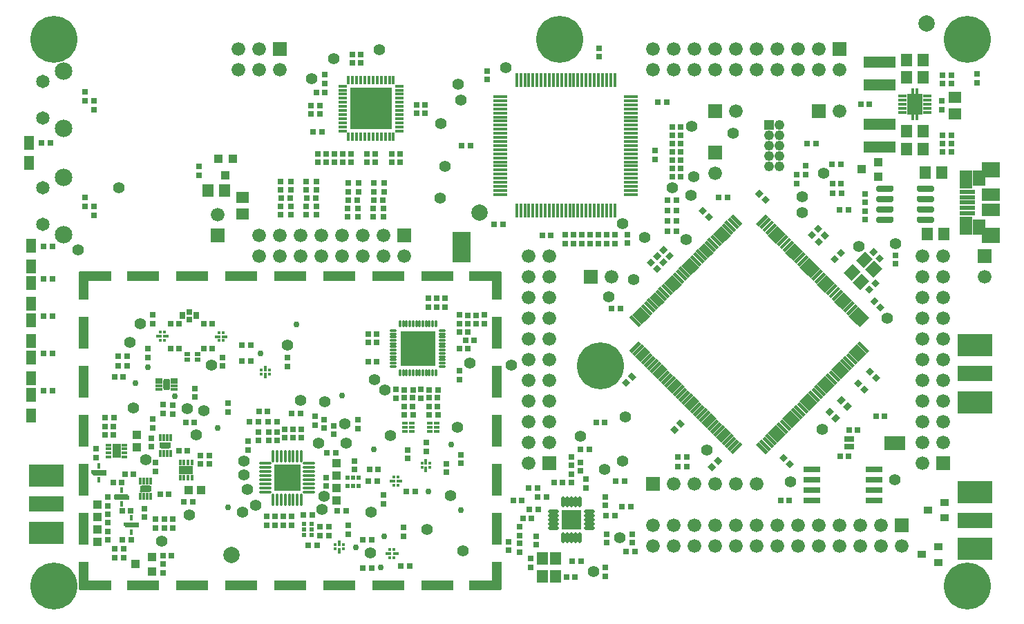
<source format=gbr>
G04 #@! TF.GenerationSoftware,KiCad,Pcbnew,(5.1.6-0-10_14)*
G04 #@! TF.CreationDate,2020-09-07T10:58:25+10:00*
G04 #@! TF.ProjectId,hackrf-one,6861636b-7266-42d6-9f6e-652e6b696361,rev?*
G04 #@! TF.SameCoordinates,Original*
G04 #@! TF.FileFunction,Soldermask,Top*
G04 #@! TF.FilePolarity,Negative*
%FSLAX45Y45*%
G04 Gerber Fmt 4.5, Leading zero omitted, Abs format (unit mm)*
G04 Created by KiCad (PCBNEW (5.1.6-0-10_14)) date 2020-09-07 10:58:25*
%MOMM*%
%LPD*%
G01*
G04 APERTURE LIST*
%ADD10R,1.052400X0.952400*%
%ADD11C,1.552400*%
%ADD12C,1.652400*%
%ADD13R,2.252400X1.902400*%
%ADD14R,1.502400X1.977400*%
%ADD15R,1.612400X2.292400*%
%ADD16R,2.252400X1.527400*%
%ADD17R,1.953200X0.603200*%
%ADD18R,0.302400X0.452400*%
%ADD19R,0.662400X0.352400*%
%ADD20R,0.452400X0.302400*%
%ADD21R,0.352400X0.662400*%
%ADD22C,2.000000*%
%ADD23R,1.152400X3.502400*%
%ADD24R,1.152400X3.952400*%
%ADD25R,4.002400X1.152400*%
%ADD26R,3.952400X1.152400*%
%ADD27R,0.762000X0.711200*%
%ADD28R,0.302400X0.352400*%
%ADD29C,0.150000*%
%ADD30O,1.252400X0.352400*%
%ADD31R,1.352400X0.652400*%
%ADD32O,1.352400X0.352400*%
%ADD33R,1.452400X0.352400*%
%ADD34R,0.392400X0.952400*%
%ADD35R,2.451880X2.451880*%
%ADD36O,1.342240X0.462240*%
%ADD37O,0.462240X1.342240*%
%ADD38C,0.762000*%
%ADD39R,1.152400X1.652400*%
%ADD40R,0.711200X0.762000*%
%ADD41R,1.643380X1.353820*%
%ADD42R,1.353820X1.643380*%
%ADD43C,0.752400*%
%ADD44C,5.752400*%
%ADD45R,2.202400X3.802400*%
%ADD46R,1.066800X1.066800*%
%ADD47R,3.853180X1.351280*%
%ADD48C,1.676400*%
%ADD49R,1.676400X1.676400*%
%ADD50R,4.342400X2.817400*%
%ADD51R,4.342400X1.932400*%
%ADD52C,1.422400*%
%ADD53C,1.219200*%
%ADD54R,1.219200X1.219200*%
%ADD55C,2.152400*%
%ADD56R,0.482600X0.561340*%
%ADD57R,0.561340X0.482600*%
%ADD58R,0.703580X0.401320*%
%ADD59R,0.652780X0.551180*%
%ADD60R,0.751840X0.652780*%
%ADD61R,0.652780X0.853440*%
%ADD62R,0.352400X0.302400*%
%ADD63O,0.352400X1.252400*%
%ADD64R,0.652400X1.352400*%
%ADD65O,0.352400X1.352400*%
%ADD66R,0.352400X1.452400*%
%ADD67R,0.952400X0.392400*%
%ADD68R,2.057400X0.787400*%
%ADD69C,0.737400*%
%ADD70R,0.432400X1.552400*%
%ADD71R,0.977400X1.352400*%
%ADD72R,1.002400X0.432400*%
%ADD73R,1.653540X0.447040*%
%ADD74R,0.447040X1.653540*%
%ADD75R,1.351280X1.551940*%
%ADD76R,2.552400X1.652400*%
%ADD77R,1.252400X0.752400*%
%ADD78O,1.492240X0.422240*%
%ADD79O,0.422240X1.492240*%
%ADD80R,3.326880X3.326880*%
%ADD81R,4.321800X4.321800*%
%ADD82O,0.971600X0.346600*%
%ADD83O,0.346600X0.971600*%
%ADD84R,5.096800X5.096800*%
%ADD85O,1.042240X0.422240*%
%ADD86O,0.422240X1.042240*%
%ADD87R,0.652400X0.402400*%
%ADD88R,1.052400X1.752400*%
%ADD89R,0.402400X0.652400*%
%ADD90R,1.752400X1.052400*%
%ADD91R,0.422400X0.702400*%
G04 APERTURE END LIST*
D10*
G04 #@! TO.C,D3*
X17113312Y-16174506D03*
X17313312Y-16079506D03*
X17313312Y-16269506D03*
G04 #@! TD*
G04 #@! TO.C,D1*
X17040922Y-16717304D03*
X17240922Y-16622304D03*
X17240922Y-16812304D03*
G04 #@! TD*
D11*
G04 #@! TO.C,J1*
X17577000Y-12151000D03*
X17577000Y-12649000D03*
D12*
X17880000Y-11987500D03*
X17880000Y-12812500D03*
D13*
X17885000Y-12000000D03*
X17885000Y-12800000D03*
D14*
X17742500Y-12101250D03*
X17742500Y-12698750D03*
D15*
X17577000Y-12117000D03*
X17577000Y-12683000D03*
D16*
X17885000Y-12306250D03*
X17885000Y-12493750D03*
D17*
X17597500Y-12270000D03*
X17597500Y-12335000D03*
X17597500Y-12400000D03*
X17597500Y-12465000D03*
X17597500Y-12530000D03*
G04 #@! TD*
D18*
G04 #@! TO.C,U5*
X7759540Y-14091160D03*
D19*
X7689940Y-14041160D03*
D18*
X7709540Y-13991160D03*
X7759540Y-13991160D03*
D19*
X7779140Y-14041160D03*
D18*
X7709540Y-14091160D03*
G04 #@! TD*
G04 #@! TO.C,U6*
X8428360Y-13993700D03*
D19*
X8497960Y-14043700D03*
D18*
X8478360Y-14093700D03*
X8428360Y-14093700D03*
D19*
X8408760Y-14043700D03*
D18*
X8478360Y-13993700D03*
G04 #@! TD*
G04 #@! TO.C,U1*
X10521320Y-16655620D03*
D19*
X10590920Y-16705620D03*
D18*
X10571320Y-16755620D03*
X10521320Y-16755620D03*
D19*
X10501720Y-16705620D03*
D18*
X10571320Y-16655620D03*
G04 #@! TD*
D20*
G04 #@! TO.C,U2*
X8944380Y-14505580D03*
D21*
X8994380Y-14435980D03*
D20*
X9044380Y-14455580D03*
X9044380Y-14505580D03*
D21*
X8994380Y-14525180D03*
D20*
X8944380Y-14455580D03*
G04 #@! TD*
G04 #@! TO.C,U7*
X9848620Y-16649340D03*
D21*
X9898620Y-16579740D03*
D20*
X9948620Y-16599340D03*
X9948620Y-16649340D03*
D21*
X9898620Y-16668940D03*
D20*
X9848620Y-16599340D03*
G04 #@! TD*
D18*
G04 #@! TO.C,U10*
X10619580Y-15866620D03*
D19*
X10549980Y-15816620D03*
D18*
X10569580Y-15766620D03*
X10619580Y-15766620D03*
D19*
X10639180Y-15816620D03*
D18*
X10569580Y-15866620D03*
G04 #@! TD*
D20*
G04 #@! TO.C,U11*
X10912880Y-15651120D03*
D21*
X10962880Y-15581520D03*
D20*
X11012880Y-15601120D03*
X11012880Y-15651120D03*
D21*
X10962880Y-15670720D03*
D20*
X10912880Y-15601120D03*
G04 #@! TD*
D22*
G04 #@! TO.C,MARK1MM*
X11623280Y-12527320D03*
G04 #@! TD*
G04 #@! TO.C,MARK1MM*
X8580360Y-16723400D03*
G04 #@! TD*
D23*
G04 #@! TO.C,J2*
X6770000Y-16977500D03*
D24*
X6770000Y-16400000D03*
X6770000Y-15800000D03*
X6770000Y-15200000D03*
X6770000Y-14600000D03*
X6770000Y-14000000D03*
D23*
X6770000Y-13422500D03*
D25*
X6912500Y-13305000D03*
D26*
X7500000Y-13305000D03*
X8100000Y-13305000D03*
X8700000Y-13305000D03*
X9300000Y-13305000D03*
X9900000Y-13305000D03*
X10500000Y-13305000D03*
X11100000Y-13305000D03*
D25*
X11687500Y-13305000D03*
D23*
X11830000Y-13422500D03*
D24*
X11830000Y-14000000D03*
X11830000Y-14600000D03*
X11830000Y-15200000D03*
X11830000Y-15800000D03*
X11830000Y-16400000D03*
D23*
X11830000Y-16977500D03*
D25*
X11687500Y-17095000D03*
D26*
X11100000Y-17095000D03*
X10500000Y-17095000D03*
X9900000Y-17095000D03*
X9300000Y-17095000D03*
X8700000Y-17095000D03*
X8100000Y-17095000D03*
X7500000Y-17095000D03*
D25*
X6912500Y-17095000D03*
G04 #@! TD*
D27*
G04 #@! TO.C,C63*
X7864080Y-16283980D03*
X7864080Y-16390660D03*
G04 #@! TD*
D28*
G04 #@! TO.C,U14*
X7483760Y-15936760D03*
D29*
G36*
X7476239Y-15957615D02*
G01*
X7455405Y-15936781D01*
X7478281Y-15913905D01*
X7499115Y-15934739D01*
X7476239Y-15957615D01*
G37*
D30*
X7531260Y-15936760D03*
D31*
X7526260Y-15911760D03*
D32*
X7526260Y-15886760D03*
D33*
X7526260Y-15911760D03*
D34*
X7466260Y-15816760D03*
X7506260Y-15816760D03*
X7546260Y-15816760D03*
X7586260Y-15816760D03*
X7586260Y-16006760D03*
X7546260Y-16006760D03*
X7506260Y-16006760D03*
X7466260Y-16006760D03*
G04 #@! TD*
D27*
G04 #@! TO.C,C61*
X7650720Y-15697240D03*
X7650720Y-15590560D03*
G04 #@! TD*
D35*
G04 #@! TO.C,U19*
X12746920Y-16292600D03*
D36*
X12526920Y-16392600D03*
X12526920Y-16342600D03*
X12526920Y-16292600D03*
X12526920Y-16242600D03*
X12526920Y-16192600D03*
D37*
X12646920Y-16072600D03*
X12696920Y-16072600D03*
X12746920Y-16072600D03*
X12796920Y-16072600D03*
X12846920Y-16072600D03*
D36*
X12966920Y-16192600D03*
X12966920Y-16242600D03*
X12966920Y-16292600D03*
X12966920Y-16342600D03*
X12966920Y-16392600D03*
D37*
X12846920Y-16512600D03*
X12796920Y-16512600D03*
X12746920Y-16512600D03*
X12696920Y-16512600D03*
X12646920Y-16512600D03*
G04 #@! TD*
D38*
G04 #@! TO.C,TESTPOINT-30MIL-MASKONLY*
X8931402Y-14249908D03*
G04 #@! TD*
G04 #@! TO.C,TESTPOINT-30MIL-MASKONLY*
X8410460Y-15165740D03*
G04 #@! TD*
G04 #@! TO.C,TESTPOINT-30MIL-MASKONLY*
X7557516Y-14421358D03*
G04 #@! TD*
G04 #@! TO.C,TESTPOINT-30MIL-MASKONLY*
X7405370Y-14615160D03*
G04 #@! TD*
G04 #@! TO.C,TESTPOINT-30MIL-MASKONLY*
X9378200Y-13893200D03*
G04 #@! TD*
G04 #@! TO.C,TESTPOINT-30MIL-MASKONLY*
X8540000Y-16136020D03*
G04 #@! TD*
G04 #@! TO.C,TESTPOINT-30MIL-MASKONLY*
X11391900Y-16174974D03*
G04 #@! TD*
G04 #@! TO.C,TESTPOINT-30MIL-MASKONLY*
X10411206Y-16879824D03*
G04 #@! TD*
G04 #@! TO.C,TESTPOINT-30MIL-MASKONLY*
X10452594Y-16495308D03*
G04 #@! TD*
G04 #@! TO.C,TESTPOINT-30MIL-MASKONLY*
X10101580Y-16626332D03*
G04 #@! TD*
G04 #@! TO.C,TESTPOINT-30MIL-MASKONLY*
X7881860Y-14772680D03*
G04 #@! TD*
G04 #@! TO.C,TESTPOINT-30MIL-MASKONLY*
X10990820Y-15946160D03*
G04 #@! TD*
G04 #@! TO.C,TESTPOINT-30MIL-MASKONLY*
X9936226Y-14768830D03*
G04 #@! TD*
G04 #@! TO.C,TESTPOINT-30MIL-MASKONLY*
X10323068Y-15427960D03*
G04 #@! TD*
G04 #@! TO.C,TESTPOINT-30MIL-MASKONLY*
X11271504Y-15371064D03*
G04 #@! TD*
D22*
G04 #@! TO.C,MARK1MM*
X17100000Y-10200000D03*
G04 #@! TD*
D39*
G04 #@! TO.C,D7*
X6100000Y-11665000D03*
X6100000Y-11915000D03*
G04 #@! TD*
G04 #@! TO.C,D8*
X6127000Y-12930000D03*
X6127000Y-13180000D03*
G04 #@! TD*
G04 #@! TO.C,D2*
X6127000Y-13387200D03*
X6127000Y-13637200D03*
G04 #@! TD*
G04 #@! TO.C,D4*
X6127000Y-13844400D03*
X6127000Y-14094400D03*
G04 #@! TD*
G04 #@! TO.C,D5*
X6127000Y-14301600D03*
X6127000Y-14551600D03*
G04 #@! TD*
G04 #@! TO.C,D6*
X6127000Y-14758800D03*
X6127000Y-15008800D03*
G04 #@! TD*
D27*
G04 #@! TO.C,C1*
X9109640Y-16251340D03*
X9109640Y-16358020D03*
G04 #@! TD*
G04 #@! TO.C,C2*
X9008040Y-16251340D03*
X9008040Y-16358020D03*
G04 #@! TD*
G04 #@! TO.C,C3*
X9312840Y-16251340D03*
X9312840Y-16358020D03*
G04 #@! TD*
G04 #@! TO.C,C4*
X9211240Y-16251340D03*
X9211240Y-16358020D03*
G04 #@! TD*
G04 #@! TO.C,C5*
X9234100Y-15286140D03*
X9234100Y-15179460D03*
G04 #@! TD*
G04 #@! TO.C,C6*
X9335700Y-15286140D03*
X9335700Y-15179460D03*
G04 #@! TD*
D40*
G04 #@! TO.C,C7*
X10761740Y-16857620D03*
X10655060Y-16857620D03*
G04 #@! TD*
D27*
G04 #@! TO.C,C8*
X11391900Y-15491460D03*
X11391900Y-15598140D03*
G04 #@! TD*
G04 #@! TO.C,C9*
X8540000Y-14970160D03*
X8540000Y-14863480D03*
G04 #@! TD*
D40*
G04 #@! TO.C,C10*
X8709900Y-14348160D03*
X8816580Y-14348160D03*
G04 #@! TD*
D27*
G04 #@! TO.C,C12*
X8779440Y-15329320D03*
X8779440Y-15436000D03*
G04 #@! TD*
D40*
G04 #@! TO.C,C13*
X8908980Y-15090560D03*
X8802300Y-15090560D03*
G04 #@! TD*
D27*
G04 #@! TO.C,C14*
X9033440Y-15321700D03*
X9033440Y-15215020D03*
G04 #@! TD*
D40*
G04 #@! TO.C,C15*
X9030900Y-15090560D03*
X9137580Y-15090560D03*
G04 #@! TD*
D27*
G04 #@! TO.C,C16*
X10686020Y-16492260D03*
X10686020Y-16385580D03*
G04 #@! TD*
D40*
G04 #@! TO.C,C17*
X8240240Y-14193820D03*
X8346920Y-14193820D03*
G04 #@! TD*
G04 #@! TO.C,C18*
X7833840Y-14193820D03*
X7940520Y-14193820D03*
G04 #@! TD*
G04 #@! TO.C,C20*
X8707360Y-14152880D03*
X8814040Y-14152880D03*
G04 #@! TD*
G04 #@! TO.C,C21*
X10297160Y-16537940D03*
X10190480Y-16537940D03*
G04 #@! TD*
G04 #@! TO.C,C22*
X9520160Y-16601480D03*
X9626840Y-16601480D03*
G04 #@! TD*
D27*
G04 #@! TO.C,C23*
X10126980Y-15171420D03*
X10126980Y-15064740D03*
G04 #@! TD*
G04 #@! TO.C,C24*
X9268700Y-14302780D03*
X9268700Y-14409460D03*
G04 #@! TD*
D40*
G04 #@! TO.C,C25*
X9665900Y-16373260D03*
X9772580Y-16373260D03*
G04 #@! TD*
G04 #@! TO.C,C26*
X7940520Y-13889020D03*
X7833840Y-13889020D03*
G04 #@! TD*
G04 #@! TO.C,C27*
X8240240Y-13889020D03*
X8346920Y-13889020D03*
G04 #@! TD*
G04 #@! TO.C,C28*
X9665900Y-16487560D03*
X9772580Y-16487560D03*
G04 #@! TD*
D27*
G04 #@! TO.C,C30*
X8473680Y-14406920D03*
X8473680Y-14300240D03*
G04 #@! TD*
G04 #@! TO.C,C31*
X7559520Y-14297960D03*
X7559520Y-14191280D03*
G04 #@! TD*
D40*
G04 #@! TO.C,C32*
X10297160Y-16880840D03*
X10190480Y-16880840D03*
G04 #@! TD*
D27*
G04 #@! TO.C,C33*
X10011340Y-16467240D03*
X10011340Y-16360560D03*
G04 #@! TD*
G04 #@! TO.C,C34*
X9831000Y-15245500D03*
X9831000Y-15138820D03*
G04 #@! TD*
G04 #@! TO.C,C35*
X9716700Y-15169300D03*
X9716700Y-15062620D03*
G04 #@! TD*
G04 #@! TO.C,C36*
X9602400Y-15131200D03*
X9602400Y-15024520D03*
G04 #@! TD*
D40*
G04 #@! TO.C,C37*
X9427140Y-14991500D03*
X9320460Y-14991500D03*
G04 #@! TD*
G04 #@! TO.C,C38*
X7191220Y-14282720D03*
X7297900Y-14282720D03*
G04 #@! TD*
D27*
G04 #@! TO.C,C39*
X8130540Y-14787880D03*
X8130540Y-14681200D03*
G04 #@! TD*
D40*
G04 #@! TO.C,C40*
X7191220Y-14407180D03*
X7297900Y-14407180D03*
G04 #@! TD*
G04 #@! TO.C,C41*
X9879260Y-16182760D03*
X9985940Y-16182760D03*
G04 #@! TD*
G04 #@! TO.C,C42*
X9858940Y-15471560D03*
X9752260Y-15471560D03*
G04 #@! TD*
G04 #@! TO.C,C43*
X7254240Y-14541500D03*
X7147560Y-14541500D03*
G04 #@! TD*
D27*
G04 #@! TO.C,C44*
X7864080Y-14996160D03*
X7864080Y-14889480D03*
G04 #@! TD*
D40*
G04 #@! TO.C,C45*
X10269460Y-15671840D03*
X10376140Y-15671840D03*
G04 #@! TD*
G04 #@! TO.C,C46*
X10365980Y-15816620D03*
X10259300Y-15816620D03*
G04 #@! TD*
D27*
G04 #@! TO.C,C47*
X11216640Y-15709900D03*
X11216640Y-15603220D03*
G04 #@! TD*
G04 #@! TO.C,C48*
X10967960Y-15453360D03*
X10967960Y-15346680D03*
G04 #@! TD*
G04 #@! TO.C,C49*
X10085000Y-15570620D03*
X10085000Y-15677300D03*
G04 #@! TD*
G04 #@! TO.C,C50*
X7597380Y-15394980D03*
X7597380Y-15288300D03*
G04 #@! TD*
D40*
G04 #@! TO.C,C51*
X10830800Y-15946160D03*
X10724120Y-15946160D03*
G04 #@! TD*
G04 #@! TO.C,C52*
X7135100Y-15252740D03*
X7028420Y-15252740D03*
G04 #@! TD*
G04 #@! TO.C,C53*
X7135100Y-15146060D03*
X7028420Y-15146060D03*
G04 #@! TD*
D27*
G04 #@! TO.C,C54*
X10439640Y-15986800D03*
X10439640Y-16093480D03*
G04 #@! TD*
D40*
G04 #@! TO.C,C55*
X8019920Y-15093880D03*
X8126600Y-15093880D03*
G04 #@! TD*
D27*
G04 #@! TO.C,C56*
X10739120Y-15539720D03*
X10739120Y-15433040D03*
G04 #@! TD*
G04 #@! TO.C,C57*
X7739620Y-14986040D03*
X7739620Y-14879360D03*
G04 #@! TD*
G04 #@! TO.C,C58*
X6924280Y-15529600D03*
X6924280Y-15422920D03*
G04 #@! TD*
D40*
G04 #@! TO.C,C59*
X7935200Y-15448320D03*
X8041880Y-15448320D03*
G04 #@! TD*
D27*
G04 #@! TO.C,C60*
X7615160Y-15057160D03*
X7615160Y-15163840D03*
G04 #@! TD*
D40*
G04 #@! TO.C,C62*
X7810740Y-15981720D03*
X7704060Y-15981720D03*
G04 #@! TD*
D27*
G04 #@! TO.C,C64*
X7511020Y-16151900D03*
X7511020Y-16258580D03*
G04 #@! TD*
G04 #@! TO.C,C65*
X7757400Y-16390660D03*
X7757400Y-16283980D03*
G04 #@! TD*
G04 #@! TO.C,C66*
X7650720Y-16390660D03*
X7650720Y-16283980D03*
G04 #@! TD*
G04 #@! TO.C,C67*
X12108020Y-16376300D03*
X12108020Y-16482980D03*
G04 #@! TD*
G04 #@! TO.C,C68*
X12746240Y-15625480D03*
X12746240Y-15518800D03*
G04 #@! TD*
D40*
G04 #@! TO.C,C69*
X12855460Y-15427360D03*
X12962140Y-15427360D03*
G04 #@! TD*
D27*
G04 #@! TO.C,C70*
X12108020Y-16579500D03*
X12108020Y-16686180D03*
G04 #@! TD*
G04 #@! TO.C,C71*
X10048240Y-11802440D03*
X10048240Y-11909120D03*
G04 #@! TD*
G04 #@! TO.C,C72*
X9946640Y-11802440D03*
X9946640Y-11909120D03*
G04 #@! TD*
G04 #@! TO.C,C73*
X10340340Y-11802440D03*
X10340340Y-11909120D03*
G04 #@! TD*
G04 #@! TO.C,C74*
X10238740Y-11802440D03*
X10238740Y-11909120D03*
G04 #@! TD*
G04 #@! TO.C,C75*
X10543540Y-11802440D03*
X10543540Y-11909120D03*
G04 #@! TD*
G04 #@! TO.C,C76*
X10645140Y-11802440D03*
X10645140Y-11909120D03*
G04 #@! TD*
G04 #@! TO.C,C77*
X10162540Y-10689920D03*
X10162540Y-10583240D03*
G04 #@! TD*
G04 #@! TO.C,C78*
X10060940Y-10689920D03*
X10060940Y-10583240D03*
G04 #@! TD*
D40*
G04 #@! TO.C,C79*
X9726930Y-11049330D03*
X9620250Y-11049330D03*
G04 #@! TD*
D27*
G04 #@! TO.C,C80*
X9724390Y-10937570D03*
X9724390Y-10830890D03*
G04 #@! TD*
D40*
G04 #@! TO.C,C81*
X9663430Y-11316030D03*
X9556750Y-11316030D03*
G04 #@! TD*
G04 #@! TO.C,C82*
X9663430Y-11214430D03*
X9556750Y-11214430D03*
G04 #@! TD*
G04 #@! TO.C,C83*
X9688830Y-11531930D03*
X9582150Y-11531930D03*
G04 #@! TD*
D27*
G04 #@! TO.C,C84*
X10598150Y-14695170D03*
X10598150Y-14801850D03*
G04 #@! TD*
G04 #@! TO.C,C85*
X10902950Y-14695170D03*
X10902950Y-14801850D03*
G04 #@! TD*
G04 #@! TO.C,C86*
X11372850Y-14466570D03*
X11372850Y-14573250D03*
G04 #@! TD*
D40*
G04 #@! TO.C,C87*
X11370310Y-14189710D03*
X11476990Y-14189710D03*
G04 #@! TD*
G04 #@! TO.C,C88*
X11446510Y-14088110D03*
X11553190Y-14088110D03*
G04 #@! TD*
G04 #@! TO.C,C89*
X11370310Y-13986510D03*
X11476990Y-13986510D03*
G04 #@! TD*
D27*
G04 #@! TO.C,C90*
X10991850Y-13684250D03*
X10991850Y-13577570D03*
G04 #@! TD*
G04 #@! TO.C,C91*
X11093450Y-13684250D03*
X11093450Y-13577570D03*
G04 #@! TD*
D40*
G04 #@! TO.C,C92*
X10359390Y-14011910D03*
X10252710Y-14011910D03*
G04 #@! TD*
G04 #@! TO.C,C93*
X10359390Y-14113510D03*
X10252710Y-14113510D03*
G04 #@! TD*
G04 #@! TO.C,C94*
X10359390Y-14354810D03*
X10252710Y-14354810D03*
G04 #@! TD*
G04 #@! TO.C,C95*
X9192260Y-12346000D03*
X9298940Y-12346000D03*
G04 #@! TD*
G04 #@! TO.C,C96*
X9504680Y-12346000D03*
X9611360Y-12346000D03*
G04 #@! TD*
D27*
G04 #@! TO.C,C97*
X9641840Y-11802440D03*
X9641840Y-11909120D03*
G04 #@! TD*
G04 #@! TO.C,C98*
X9743440Y-11802440D03*
X9743440Y-11909120D03*
G04 #@! TD*
G04 #@! TO.C,C99*
X10699750Y-14796770D03*
X10699750Y-14903450D03*
G04 #@! TD*
G04 #@! TO.C,C100*
X9845040Y-11802440D03*
X9845040Y-11909120D03*
G04 #@! TD*
D40*
G04 #@! TO.C,C101*
X10011410Y-12370130D03*
X10118090Y-12370130D03*
G04 #@! TD*
D27*
G04 #@! TO.C,C102*
X10801350Y-14796770D03*
X10801350Y-14903450D03*
G04 #@! TD*
D40*
G04 #@! TO.C,C103*
X10323830Y-12370130D03*
X10430510Y-12370130D03*
G04 #@! TD*
D27*
G04 #@! TO.C,C104*
X11004550Y-14796770D03*
X11004550Y-14903450D03*
G04 #@! TD*
D41*
G04 #@! TO.C,C105*
X8715260Y-12536840D03*
X8715260Y-12333640D03*
G04 #@! TD*
D27*
G04 #@! TO.C,C106*
X11195050Y-13684250D03*
X11195050Y-13577570D03*
G04 #@! TD*
G04 #@! TO.C,C107*
X10447020Y-12269800D03*
X10447020Y-12163120D03*
G04 #@! TD*
G04 #@! TO.C,C108*
X10320020Y-12269800D03*
X10320020Y-12163120D03*
G04 #@! TD*
G04 #@! TO.C,C109*
X10134600Y-12269800D03*
X10134600Y-12163120D03*
G04 #@! TD*
G04 #@! TO.C,C110*
X10007600Y-12269800D03*
X10007600Y-12163120D03*
G04 #@! TD*
G04 #@! TO.C,C111*
X11106150Y-14796770D03*
X11106150Y-14903450D03*
G04 #@! TD*
G04 #@! TO.C,C112*
X11372850Y-13780770D03*
X11372850Y-13887450D03*
G04 #@! TD*
G04 #@! TO.C,C113*
X12315120Y-16493260D03*
X12315120Y-16599940D03*
G04 #@! TD*
G04 #@! TO.C,C114*
X11677650Y-13780770D03*
X11677650Y-13887450D03*
G04 #@! TD*
D40*
G04 #@! TO.C,C115*
X12334760Y-16161420D03*
X12228080Y-16161420D03*
G04 #@! TD*
G04 #@! TO.C,C116*
X12139180Y-16054740D03*
X12032500Y-16054740D03*
G04 #@! TD*
G04 #@! TO.C,C118*
X16143340Y-15510000D03*
X16036660Y-15510000D03*
G04 #@! TD*
D27*
G04 #@! TO.C,C119*
X12924720Y-15901440D03*
X12924720Y-15794760D03*
G04 #@! TD*
G04 #@! TO.C,C120*
X13162800Y-16115700D03*
X13162800Y-16009020D03*
G04 #@! TD*
D40*
G04 #@! TO.C,C121*
X12256020Y-16270640D03*
X12149340Y-16270640D03*
G04 #@! TD*
G04 #@! TO.C,C122*
X12637020Y-15831220D03*
X12530340Y-15831220D03*
G04 #@! TD*
G04 #@! TO.C,C123*
X10845800Y-11305870D03*
X10952480Y-11305870D03*
G04 #@! TD*
G04 #@! TO.C,C124*
X10845800Y-11204270D03*
X10952480Y-11204270D03*
G04 #@! TD*
G04 #@! TO.C,C125*
X17400040Y-11779320D03*
X17293360Y-11779320D03*
G04 #@! TD*
D42*
G04 #@! TO.C,C126*
X16851400Y-11741220D03*
X17054600Y-11741220D03*
G04 #@! TD*
G04 #@! TO.C,C127*
X16851400Y-11525320D03*
X17054600Y-11525320D03*
G04 #@! TD*
D29*
G04 #@! TO.C,C128*
G36*
X15174431Y-12363856D02*
G01*
X15120549Y-12417737D01*
X15070260Y-12367448D01*
X15124141Y-12313566D01*
X15174431Y-12363856D01*
G37*
G36*
X15098996Y-12288422D02*
G01*
X15045115Y-12342303D01*
X14994825Y-12292014D01*
X15048707Y-12238132D01*
X15098996Y-12288422D01*
G37*
G04 #@! TD*
G04 #@! TO.C,C129*
G36*
X14482951Y-12570402D02*
G01*
X14429069Y-12624283D01*
X14378780Y-12573994D01*
X14432661Y-12520112D01*
X14482951Y-12570402D01*
G37*
G36*
X14407517Y-12494968D02*
G01*
X14353635Y-12548849D01*
X14303346Y-12498560D01*
X14357227Y-12444678D01*
X14407517Y-12494968D01*
G37*
G04 #@! TD*
G04 #@! TO.C,C130*
G36*
X13845353Y-13208000D02*
G01*
X13791471Y-13261882D01*
X13741182Y-13211592D01*
X13795063Y-13157711D01*
X13845353Y-13208000D01*
G37*
G36*
X13769918Y-13132566D02*
G01*
X13716037Y-13186447D01*
X13665747Y-13136158D01*
X13719629Y-13082276D01*
X13769918Y-13132566D01*
G37*
G04 #@! TD*
D40*
G04 #@! TO.C,C131*
X13343140Y-13700160D03*
X13236460Y-13700160D03*
G04 #@! TD*
D29*
G04 #@! TO.C,C132*
G36*
X13485741Y-14481577D02*
G01*
X13539623Y-14535459D01*
X13489333Y-14585748D01*
X13435452Y-14531867D01*
X13485741Y-14481577D01*
G37*
G36*
X13410307Y-14557012D02*
G01*
X13464188Y-14610893D01*
X13413899Y-14661183D01*
X13360017Y-14607301D01*
X13410307Y-14557012D01*
G37*
G04 #@! TD*
G04 #@! TO.C,C133*
G36*
X14078839Y-15057933D02*
G01*
X14132721Y-15111814D01*
X14082431Y-15162104D01*
X14028550Y-15108222D01*
X14078839Y-15057933D01*
G37*
G36*
X14003405Y-15133367D02*
G01*
X14057287Y-15187248D01*
X14006997Y-15237538D01*
X13953116Y-15183656D01*
X14003405Y-15133367D01*
G37*
G04 #@! TD*
G04 #@! TO.C,C134*
G36*
X14536832Y-15515926D02*
G01*
X14590714Y-15569807D01*
X14540424Y-15620097D01*
X14486543Y-15566215D01*
X14536832Y-15515926D01*
G37*
G36*
X14461398Y-15591360D02*
G01*
X14515280Y-15645242D01*
X14464990Y-15695531D01*
X14411109Y-15641649D01*
X14461398Y-15591360D01*
G37*
G04 #@! TD*
G04 #@! TO.C,C135*
G36*
X15291174Y-15533886D02*
G01*
X15345055Y-15480005D01*
X15395345Y-15530294D01*
X15341463Y-15584176D01*
X15291174Y-15533886D01*
G37*
G36*
X15366608Y-15609321D02*
G01*
X15420490Y-15555439D01*
X15470779Y-15605728D01*
X15416897Y-15659610D01*
X15366608Y-15609321D01*
G37*
G04 #@! TD*
G04 #@! TO.C,C136*
G36*
X15856930Y-14968130D02*
G01*
X15910811Y-14914249D01*
X15961101Y-14964538D01*
X15907219Y-15018420D01*
X15856930Y-14968130D01*
G37*
G36*
X15932364Y-15043564D02*
G01*
X15986246Y-14989683D01*
X16036535Y-15039972D01*
X15982653Y-15093854D01*
X15932364Y-15043564D01*
G37*
G04 #@! TD*
G04 #@! TO.C,C137*
G36*
X16000614Y-14824446D02*
G01*
X16054496Y-14770564D01*
X16104785Y-14820854D01*
X16050903Y-14874735D01*
X16000614Y-14824446D01*
G37*
G36*
X16076048Y-14899880D02*
G01*
X16129930Y-14845999D01*
X16180219Y-14896288D01*
X16126338Y-14950170D01*
X16076048Y-14899880D01*
G37*
G04 #@! TD*
G04 #@! TO.C,C138*
G36*
X16207160Y-14617900D02*
G01*
X16261041Y-14564019D01*
X16311331Y-14614308D01*
X16257449Y-14668190D01*
X16207160Y-14617900D01*
G37*
G36*
X16282594Y-14693334D02*
G01*
X16336476Y-14639453D01*
X16386765Y-14689742D01*
X16332883Y-14743624D01*
X16282594Y-14693334D01*
G37*
G04 #@! TD*
G04 #@! TO.C,C139*
G36*
X16350844Y-14474216D02*
G01*
X16404726Y-14420334D01*
X16455015Y-14470624D01*
X16401133Y-14524505D01*
X16350844Y-14474216D01*
G37*
G36*
X16426278Y-14549650D02*
G01*
X16480160Y-14495769D01*
X16530449Y-14546058D01*
X16476568Y-14599940D01*
X16426278Y-14549650D01*
G37*
G04 #@! TD*
G04 #@! TO.C,C140*
G36*
X16404726Y-13612111D02*
G01*
X16458607Y-13558230D01*
X16508897Y-13608519D01*
X16455015Y-13662401D01*
X16404726Y-13612111D01*
G37*
G36*
X16480160Y-13687546D02*
G01*
X16534041Y-13633664D01*
X16584331Y-13683953D01*
X16530449Y-13737835D01*
X16480160Y-13687546D01*
G37*
G04 #@! TD*
G04 #@! TO.C,C141*
G36*
X15695285Y-12848790D02*
G01*
X15641404Y-12794908D01*
X15691693Y-12744619D01*
X15745575Y-12798500D01*
X15695285Y-12848790D01*
G37*
G36*
X15770720Y-12773356D02*
G01*
X15716838Y-12719474D01*
X15767127Y-12669185D01*
X15821009Y-12723066D01*
X15770720Y-12773356D01*
G37*
G04 #@! TD*
G04 #@! TO.C,C142*
G36*
X15973673Y-13145138D02*
G01*
X15919792Y-13091257D01*
X15970081Y-13040967D01*
X16023963Y-13094849D01*
X15973673Y-13145138D01*
G37*
G36*
X16049107Y-13069704D02*
G01*
X15995226Y-13015822D01*
X16045515Y-12965533D01*
X16099397Y-13019415D01*
X16049107Y-13069704D01*
G37*
G04 #@! TD*
D41*
G04 #@! TO.C,C143*
X17448300Y-11106220D03*
X17448300Y-11309420D03*
G04 #@! TD*
D40*
G04 #@! TO.C,C144*
X15415260Y-16057880D03*
X15308580Y-16057880D03*
G04 #@! TD*
D42*
G04 #@! TO.C,C145*
X17054600Y-10864920D03*
X16851400Y-10864920D03*
G04 #@! TD*
G04 #@! TO.C,C146*
X17054600Y-10649020D03*
X16851400Y-10649020D03*
G04 #@! TD*
D27*
G04 #@! TO.C,C147*
X17283200Y-11154480D03*
X17283200Y-11261160D03*
G04 #@! TD*
G04 #@! TO.C,C148*
X13766800Y-11762740D03*
X13766800Y-11869420D03*
G04 #@! TD*
D40*
G04 #@! TO.C,C149*
X13805420Y-11170320D03*
X13912100Y-11170320D03*
G04 #@! TD*
D27*
G04 #@! TO.C,C150*
X13081000Y-10612120D03*
X13081000Y-10505440D03*
G04 #@! TD*
G04 #@! TO.C,C151*
X11709400Y-10891520D03*
X11709400Y-10784840D03*
G04 #@! TD*
D40*
G04 #@! TO.C,C152*
X12388100Y-12801000D03*
X12494780Y-12801000D03*
G04 #@! TD*
G04 #@! TO.C,C153*
X11508740Y-11701780D03*
X11402060Y-11701780D03*
G04 #@! TD*
G04 #@! TO.C,C154*
X11902960Y-12668920D03*
X11796280Y-12668920D03*
G04 #@! TD*
G04 #@! TO.C,C156*
X12329680Y-15899800D03*
X12223000Y-15899800D03*
G04 #@! TD*
D29*
G04 #@! TO.C,C157*
G36*
X16395745Y-13513329D02*
G01*
X16341864Y-13459447D01*
X16392153Y-13409158D01*
X16446035Y-13463039D01*
X16395745Y-13513329D01*
G37*
G36*
X16471180Y-13437894D02*
G01*
X16417298Y-13384013D01*
X16467587Y-13333723D01*
X16521469Y-13387605D01*
X16471180Y-13437894D01*
G37*
G04 #@! TD*
G04 #@! TO.C,C158*
G36*
X16395745Y-13010434D02*
G01*
X16449627Y-12956553D01*
X16499916Y-13006842D01*
X16446035Y-13060724D01*
X16395745Y-13010434D01*
G37*
G36*
X16471179Y-13085869D02*
G01*
X16525061Y-13031987D01*
X16575350Y-13082276D01*
X16521469Y-13136158D01*
X16471179Y-13085869D01*
G37*
G04 #@! TD*
D40*
G04 #@! TO.C,C159*
X13152640Y-15097160D03*
X13045960Y-15097160D03*
G04 #@! TD*
D27*
G04 #@! TO.C,C160*
X8308580Y-15501660D03*
X8308580Y-15608340D03*
G04 #@! TD*
G04 #@! TO.C,C161*
X8201900Y-15501660D03*
X8201900Y-15608340D03*
G04 #@! TD*
D40*
G04 #@! TO.C,C162*
X8102332Y-16074176D03*
X7995652Y-16074176D03*
G04 #@! TD*
G04 #@! TO.C,C163*
X7030706Y-15037856D03*
X7137386Y-15037856D03*
G04 #@! TD*
G04 #@! TO.C,C164*
X16146660Y-15190000D03*
X16253340Y-15190000D03*
G04 #@! TD*
G04 #@! TO.C,C165*
X13523480Y-16679580D03*
X13416800Y-16679580D03*
G04 #@! TD*
D27*
G04 #@! TO.C,C166*
X11971540Y-16560200D03*
X11971540Y-16666880D03*
G04 #@! TD*
G04 #@! TO.C,C167*
X8179320Y-11957720D03*
X8179320Y-12064400D03*
G04 #@! TD*
D40*
G04 #@! TO.C,C168*
X14028940Y-12750200D03*
X13922260Y-12750200D03*
G04 #@! TD*
G04 #@! TO.C,C169*
X12791440Y-16990060D03*
X12684760Y-16990060D03*
G04 #@! TD*
D27*
G04 #@! TO.C,C170*
X12250000Y-16873340D03*
X12250000Y-16766660D03*
G04 #@! TD*
D40*
G04 #@! TO.C,C171*
X7739620Y-16728480D03*
X7846300Y-16728480D03*
G04 #@! TD*
D42*
G04 #@! TO.C,FB1*
X17282400Y-12034560D03*
X17079200Y-12034560D03*
G04 #@! TD*
G04 #@! TO.C,FB2*
X8493760Y-12252960D03*
X8290560Y-12252960D03*
G04 #@! TD*
G04 #@! TO.C,FB3*
X17312880Y-12783860D03*
X17109680Y-12783860D03*
G04 #@! TD*
D43*
G04 #@! TO.C,J4*
X6555000Y-10555000D03*
X6245000Y-10555000D03*
X6245000Y-10245000D03*
X6555000Y-10245000D03*
X6620000Y-10400000D03*
X6400000Y-10620000D03*
X6180000Y-10400000D03*
X6400000Y-10180000D03*
D44*
X6400000Y-10400000D03*
G04 #@! TD*
D43*
G04 #@! TO.C,J5*
X6555000Y-17255000D03*
X6245000Y-17255000D03*
X6245000Y-16945000D03*
X6555000Y-16945000D03*
X6620000Y-17100000D03*
X6400000Y-17320000D03*
X6180000Y-17100000D03*
X6400000Y-16880000D03*
D44*
X6400000Y-17100000D03*
G04 #@! TD*
D43*
G04 #@! TO.C,J6*
X17755000Y-17255000D03*
X17445000Y-17255000D03*
X17445000Y-16945000D03*
X17755000Y-16945000D03*
X17820000Y-17100000D03*
X17600000Y-17320000D03*
X17380000Y-17100000D03*
X17600000Y-16880000D03*
D44*
X17600000Y-17100000D03*
G04 #@! TD*
D43*
G04 #@! TO.C,J7*
X17755000Y-10555000D03*
X17445000Y-10555000D03*
X17445000Y-10245000D03*
X17755000Y-10245000D03*
X17820000Y-10400000D03*
X17600000Y-10620000D03*
X17380000Y-10400000D03*
X17600000Y-10180000D03*
D44*
X17600000Y-10400000D03*
G04 #@! TD*
D43*
G04 #@! TO.C,J8*
X12755000Y-10555000D03*
X12445000Y-10555000D03*
X12445000Y-10245000D03*
X12755000Y-10245000D03*
X12820000Y-10400000D03*
X12600000Y-10620000D03*
X12380000Y-10400000D03*
X12600000Y-10180000D03*
D44*
X12600000Y-10400000D03*
G04 #@! TD*
D43*
G04 #@! TO.C,J9*
X13255000Y-14555000D03*
X12945000Y-14555000D03*
X12945000Y-14245000D03*
X13255000Y-14245000D03*
X13320000Y-14400000D03*
X13100000Y-14620000D03*
X12880000Y-14400000D03*
X13100000Y-14180000D03*
D44*
X13100000Y-14400000D03*
G04 #@! TD*
D45*
G04 #@! TO.C,J10*
X11400000Y-12950000D03*
G04 #@! TD*
D40*
G04 #@! TO.C,L1*
X9462700Y-16233560D03*
X9569380Y-16233560D03*
G04 #@! TD*
D46*
G04 #@! TO.C,L2*
X9869100Y-15903360D03*
X9869100Y-16055760D03*
G04 #@! TD*
G04 #@! TO.C,L3*
X9869100Y-15750960D03*
X9869100Y-15598560D03*
G04 #@! TD*
D27*
G04 #@! TO.C,L4*
X9742100Y-15773820D03*
X9742100Y-15880500D03*
G04 #@! TD*
D46*
G04 #@! TO.C,L5*
X7419580Y-15247660D03*
X7419580Y-15400060D03*
G04 #@! TD*
D40*
G04 #@! TO.C,L6*
X10697210Y-15002510D03*
X10803890Y-15002510D03*
G04 #@! TD*
G04 #@! TO.C,L7*
X10697210Y-14697710D03*
X10803890Y-14697710D03*
G04 #@! TD*
G04 #@! TO.C,L8*
X11002010Y-15002510D03*
X11108690Y-15002510D03*
G04 #@! TD*
G04 #@! TO.C,L9*
X11002010Y-14697710D03*
X11108690Y-14697710D03*
G04 #@! TD*
D47*
G04 #@! TO.C,L10*
X16521200Y-11716074D03*
X16521200Y-11436166D03*
G04 #@! TD*
G04 #@! TO.C,L11*
X16521200Y-10954074D03*
X16521200Y-10674166D03*
G04 #@! TD*
D46*
G04 #@! TO.C,L12*
X8206980Y-15928380D03*
X8054580Y-15928380D03*
G04 #@! TD*
G04 #@! TO.C,L13*
X6936980Y-16253500D03*
X6936980Y-16101100D03*
G04 #@! TD*
D48*
G04 #@! TO.C,P1*
X14763000Y-11277000D03*
D49*
X14509000Y-11277000D03*
G04 #@! TD*
D50*
G04 #@! TO.C,P2*
X17688500Y-14150750D03*
X17688500Y-14849250D03*
D51*
X17688500Y-14500000D03*
G04 #@! TD*
D48*
G04 #@! TO.C,P3*
X14509000Y-12039000D03*
D49*
X14509000Y-11785000D03*
G04 #@! TD*
D50*
G04 #@! TO.C,P4*
X6311500Y-16449250D03*
X6311500Y-15750750D03*
D51*
X6311500Y-16100000D03*
G04 #@! TD*
D48*
G04 #@! TO.C,P5*
X8667000Y-10769000D03*
X8667000Y-10515000D03*
X8921000Y-10769000D03*
X8921000Y-10515000D03*
X9175000Y-10769000D03*
D49*
X9175000Y-10515000D03*
G04 #@! TD*
D52*
G04 #@! TO.C,P6*
X9715500Y-16007080D03*
G04 #@! TD*
G04 #@! TO.C,P7*
X8872220Y-16116300D03*
G04 #@! TD*
D48*
G04 #@! TO.C,P8*
X16033000Y-11277000D03*
D49*
X15779000Y-11277000D03*
G04 #@! TD*
D48*
G04 #@! TO.C,P9*
X8921000Y-13055000D03*
X8921000Y-12801000D03*
X9175000Y-13055000D03*
X9175000Y-12801000D03*
X9429000Y-13055000D03*
X9429000Y-12801000D03*
X9683000Y-13055000D03*
X9683000Y-12801000D03*
X9937000Y-13055000D03*
X9937000Y-12801000D03*
X10191000Y-13055000D03*
X10191000Y-12801000D03*
X10445000Y-13055000D03*
X10445000Y-12801000D03*
X10699000Y-13055000D03*
D49*
X10699000Y-12801000D03*
G04 #@! TD*
D52*
G04 #@! TO.C,P13*
X8776220Y-15917580D03*
G04 #@! TD*
G04 #@! TO.C,P14*
X11499100Y-14370720D03*
G04 #@! TD*
G04 #@! TO.C,P15*
X13017500Y-16924020D03*
G04 #@! TD*
D50*
G04 #@! TO.C,P16*
X17688500Y-15950750D03*
X17688500Y-16649250D03*
D51*
X17688500Y-16300000D03*
G04 #@! TD*
D52*
G04 #@! TO.C,P17*
X8727960Y-15569600D03*
G04 #@! TD*
G04 #@! TO.C,P18*
X13335000Y-16510000D03*
G04 #@! TD*
G04 #@! TO.C,P19*
X9685540Y-16166500D03*
G04 #@! TD*
D48*
G04 #@! TO.C,P20*
X17049000Y-13055000D03*
X17303000Y-13055000D03*
X17049000Y-13309000D03*
X17303000Y-13309000D03*
X17049000Y-13563000D03*
X17303000Y-13563000D03*
X17049000Y-13817000D03*
X17303000Y-13817000D03*
X17049000Y-14071000D03*
X17303000Y-14071000D03*
X17049000Y-14325000D03*
X17303000Y-14325000D03*
X17049000Y-14579000D03*
X17303000Y-14579000D03*
X17049000Y-14833000D03*
X17303000Y-14833000D03*
X17049000Y-15087000D03*
X17303000Y-15087000D03*
X17049000Y-15341000D03*
X17303000Y-15341000D03*
X17049000Y-15595000D03*
D49*
X17303000Y-15595000D03*
G04 #@! TD*
D52*
G04 #@! TO.C,P21*
X8733040Y-15744860D03*
G04 #@! TD*
D48*
G04 #@! TO.C,P22*
X13747000Y-16611000D03*
X13747000Y-16357000D03*
X14001000Y-16611000D03*
X14001000Y-16357000D03*
X14255000Y-16611000D03*
X14255000Y-16357000D03*
X14509000Y-16611000D03*
X14509000Y-16357000D03*
X14763000Y-16611000D03*
X14763000Y-16357000D03*
X15017000Y-16611000D03*
X15017000Y-16357000D03*
X15271000Y-16611000D03*
X15271000Y-16357000D03*
X15525000Y-16611000D03*
X15525000Y-16357000D03*
X15779000Y-16611000D03*
X15779000Y-16357000D03*
X16033000Y-16611000D03*
X16033000Y-16357000D03*
X16287000Y-16611000D03*
X16287000Y-16357000D03*
X16541000Y-16611000D03*
X16541000Y-16357000D03*
X16795000Y-16611000D03*
D49*
X16795000Y-16357000D03*
G04 #@! TD*
D52*
G04 #@! TO.C,P23*
X15573260Y-12326020D03*
G04 #@! TD*
G04 #@! TO.C,P24*
X15572740Y-12519660D03*
G04 #@! TD*
D48*
G04 #@! TO.C,P25*
X15017000Y-15849000D03*
X14763000Y-15849000D03*
X14509000Y-15849000D03*
X14255000Y-15849000D03*
X14001000Y-15849000D03*
D49*
X13747000Y-15849000D03*
G04 #@! TD*
D53*
G04 #@! TO.C,P26*
X15293260Y-11954660D03*
X15166260Y-11954660D03*
X15293260Y-11827660D03*
X15166260Y-11827660D03*
X15293260Y-11700660D03*
X15166260Y-11700660D03*
X15293260Y-11573660D03*
X15166260Y-11573660D03*
X15293260Y-11446660D03*
D54*
X15166260Y-11446660D03*
G04 #@! TD*
D52*
G04 #@! TO.C,P27*
X9429000Y-14830460D03*
G04 #@! TD*
D48*
G04 #@! TO.C,P28*
X12223000Y-13055000D03*
X12477000Y-13055000D03*
X12223000Y-13309000D03*
X12477000Y-13309000D03*
X12223000Y-13563000D03*
X12477000Y-13563000D03*
X12223000Y-13817000D03*
X12477000Y-13817000D03*
X12223000Y-14071000D03*
X12477000Y-14071000D03*
X12223000Y-14325000D03*
X12477000Y-14325000D03*
X12223000Y-14579000D03*
X12477000Y-14579000D03*
X12223000Y-14833000D03*
X12477000Y-14833000D03*
X12223000Y-15087000D03*
X12477000Y-15087000D03*
X12223000Y-15341000D03*
X12477000Y-15341000D03*
X12223000Y-15595000D03*
D49*
X12477000Y-15595000D03*
G04 #@! TD*
D48*
G04 #@! TO.C,P29*
X13239000Y-13309000D03*
D49*
X12985000Y-13309000D03*
G04 #@! TD*
D48*
G04 #@! TO.C,P30*
X13747000Y-10769000D03*
X13747000Y-10515000D03*
X14001000Y-10769000D03*
X14001000Y-10515000D03*
X14255000Y-10769000D03*
X14255000Y-10515000D03*
X14509000Y-10769000D03*
X14509000Y-10515000D03*
X14763000Y-10769000D03*
X14763000Y-10515000D03*
X15017000Y-10769000D03*
X15017000Y-10515000D03*
X15271000Y-10769000D03*
X15271000Y-10515000D03*
X15525000Y-10769000D03*
X15525000Y-10515000D03*
X15779000Y-10769000D03*
X15779000Y-10515000D03*
X16033000Y-10769000D03*
D49*
X16033000Y-10515000D03*
G04 #@! TD*
D52*
G04 #@! TO.C,P31*
X9647440Y-15348620D03*
G04 #@! TD*
G04 #@! TO.C,P32*
X9972040Y-15113000D03*
G04 #@! TD*
G04 #@! TO.C,P33*
X9985260Y-15351160D03*
G04 #@! TD*
G04 #@! TO.C,P34*
X10973040Y-16408440D03*
G04 #@! TD*
G04 #@! TO.C,P35*
X11412460Y-16675140D03*
G04 #@! TD*
D48*
G04 #@! TO.C,P36*
X8413000Y-12547000D03*
D49*
X8413000Y-12801000D03*
G04 #@! TD*
D52*
G04 #@! TO.C,P37*
X13371080Y-15574680D03*
G04 #@! TD*
G04 #@! TO.C,P38*
X13401560Y-15033660D03*
G04 #@! TD*
G04 #@! TO.C,P39*
X9832860Y-10631840D03*
G04 #@! TD*
G04 #@! TO.C,P40*
X13645400Y-12826400D03*
G04 #@! TD*
G04 #@! TO.C,P41*
X14153400Y-12851800D03*
G04 #@! TD*
G04 #@! TO.C,P43*
X10292600Y-16199520D03*
G04 #@! TD*
G04 #@! TO.C,P44*
X8331440Y-14396760D03*
G04 #@! TD*
G04 #@! TO.C,P46*
X8039620Y-14929520D03*
G04 #@! TD*
G04 #@! TO.C,P47*
X7333500Y-14116720D03*
G04 #@! TD*
G04 #@! TO.C,P48*
X8148560Y-15252740D03*
G04 #@! TD*
G04 #@! TO.C,P49*
X7526260Y-15555000D03*
G04 #@! TD*
G04 #@! TO.C,P50*
X14402320Y-15434980D03*
G04 #@! TD*
G04 #@! TO.C,P51*
X8063216Y-16229370D03*
G04 #@! TD*
G04 #@! TO.C,P52*
X7379956Y-14915936D03*
G04 #@! TD*
G04 #@! TO.C,P53*
X13200900Y-13552840D03*
G04 #@! TD*
G04 #@! TO.C,P54*
X9563620Y-10883300D03*
G04 #@! TD*
G04 #@! TO.C,P55*
X10330700Y-14568840D03*
G04 #@! TD*
G04 #@! TO.C,P56*
X10455160Y-14698380D03*
G04 #@! TD*
G04 #@! TO.C,P57*
X12004560Y-14393580D03*
G04 #@! TD*
G04 #@! TO.C,P58*
X11133340Y-12346340D03*
G04 #@! TD*
G04 #@! TO.C,P59*
X12855460Y-15267340D03*
G04 #@! TD*
G04 #@! TO.C,P60*
X13155180Y-15673740D03*
G04 #@! TD*
G04 #@! TO.C,P61*
X11196840Y-11957720D03*
G04 #@! TD*
G04 #@! TO.C,P62*
X11389360Y-11145520D03*
G04 #@! TD*
G04 #@! TO.C,P63*
X11356340Y-10947400D03*
G04 #@! TD*
G04 #@! TO.C,P64*
X10393680Y-10528300D03*
G04 #@! TD*
G04 #@! TO.C,P65*
X11148580Y-11429400D03*
G04 #@! TD*
G04 #@! TO.C,P66*
X11943600Y-10746140D03*
G04 #@! TD*
G04 #@! TO.C,P67*
X16614660Y-13819540D03*
G04 #@! TD*
G04 #@! TO.C,P68*
X15817100Y-15178440D03*
G04 #@! TD*
G04 #@! TO.C,P69*
X15834880Y-12044080D03*
G04 #@! TD*
G04 #@! TO.C,P70*
X6703580Y-12983880D03*
G04 #@! TD*
G04 #@! TO.C,P71*
X16716260Y-12907680D03*
G04 #@! TD*
G04 #@! TO.C,P72*
X16264140Y-12940700D03*
G04 #@! TD*
G04 #@! TO.C,P73*
X13978140Y-12221880D03*
G04 #@! TD*
G04 #@! TO.C,P74*
X14213840Y-12308840D03*
G04 #@! TD*
G04 #@! TO.C,P75*
X14724900Y-11548780D03*
G04 #@! TD*
G04 #@! TO.C,P76*
X14239760Y-12082180D03*
G04 #@! TD*
G04 #@! TO.C,P77*
X14219440Y-11467500D03*
G04 #@! TD*
G04 #@! TO.C,P78*
X13371080Y-12656220D03*
G04 #@! TD*
G04 #@! TO.C,P79*
X13508240Y-13342020D03*
G04 #@! TD*
D48*
G04 #@! TO.C,P80*
X17811000Y-13309000D03*
D49*
X17811000Y-13055000D03*
G04 #@! TD*
D52*
G04 #@! TO.C,P81*
X16703560Y-15803280D03*
G04 #@! TD*
G04 #@! TO.C,P82*
X15425940Y-15828680D03*
G04 #@! TD*
G04 #@! TO.C,P83*
X11260060Y-15996960D03*
G04 #@! TD*
G04 #@! TO.C,P84*
X10277360Y-16699900D03*
G04 #@! TD*
G04 #@! TO.C,P85*
X9718560Y-14840620D03*
G04 #@! TD*
G04 #@! TO.C,P86*
X9266160Y-14145300D03*
G04 #@! TD*
G04 #@! TO.C,P87*
X7726920Y-16550680D03*
G04 #@! TD*
G04 #@! TO.C,P88*
X8237460Y-14950480D03*
G04 #@! TD*
G04 #@! TO.C,P89*
X8712720Y-16199520D03*
G04 #@! TD*
G04 #@! TO.C,P91*
X10526280Y-15262260D03*
G04 #@! TD*
G04 #@! TO.C,P92*
X11344160Y-15158120D03*
G04 #@! TD*
D46*
G04 #@! TO.C,Q3*
X8504440Y-12069480D03*
X8593340Y-11866280D03*
X8415540Y-11866280D03*
G04 #@! TD*
G04 #@! TO.C,Q4*
X7406880Y-16835160D03*
X7610080Y-16924060D03*
X7610080Y-16746260D03*
G04 #@! TD*
G04 #@! TO.C,Q5*
X16301960Y-11993920D03*
X16505160Y-12082820D03*
X16505160Y-11905020D03*
G04 #@! TD*
D27*
G04 #@! TO.C,R1*
X8906440Y-15215020D03*
X8906440Y-15321700D03*
G04 #@! TD*
D40*
G04 #@! TO.C,R2*
X9023280Y-14963560D03*
X8916600Y-14963560D03*
G04 #@! TD*
D27*
G04 #@! TO.C,R3*
X9135040Y-15321700D03*
X9135040Y-15215020D03*
G04 #@! TD*
G04 #@! TO.C,R4*
X9437300Y-15179460D03*
X9437300Y-15286140D03*
G04 #@! TD*
D29*
G04 #@! TO.C,R5*
G36*
X13746097Y-13057179D02*
G01*
X13799979Y-13003297D01*
X13850268Y-13053587D01*
X13796387Y-13107468D01*
X13746097Y-13057179D01*
G37*
G36*
X13821532Y-13132613D02*
G01*
X13875413Y-13078732D01*
X13925703Y-13129021D01*
X13871821Y-13182903D01*
X13821532Y-13132613D01*
G37*
G04 #@! TD*
G04 #@! TO.C,R6*
G36*
X13822297Y-12980979D02*
G01*
X13876179Y-12927097D01*
X13926468Y-12977387D01*
X13872587Y-13031268D01*
X13822297Y-12980979D01*
G37*
G36*
X13897732Y-13056413D02*
G01*
X13951613Y-13002532D01*
X14001903Y-13052821D01*
X13948021Y-13106703D01*
X13897732Y-13056413D01*
G37*
G04 #@! TD*
D27*
G04 #@! TO.C,R7*
X6787400Y-12447940D03*
X6787400Y-12341260D03*
G04 #@! TD*
G04 #@! TO.C,R8*
X9182100Y-12140260D03*
X9182100Y-12246940D03*
G04 #@! TD*
G04 #@! TO.C,R9*
X9309100Y-12140260D03*
X9309100Y-12246940D03*
G04 #@! TD*
G04 #@! TO.C,R10*
X9494520Y-12140260D03*
X9494520Y-12246940D03*
G04 #@! TD*
D40*
G04 #@! TO.C,R11*
X14656320Y-12338720D03*
X14549640Y-12338720D03*
G04 #@! TD*
D27*
G04 #@! TO.C,R12*
X16716260Y-13151520D03*
X16716260Y-13044840D03*
G04 #@! TD*
G04 #@! TO.C,R13*
X9621520Y-12140260D03*
X9621520Y-12246940D03*
G04 #@! TD*
G04 #@! TO.C,R14*
X9621520Y-12445060D03*
X9621520Y-12551740D03*
G04 #@! TD*
G04 #@! TO.C,R15*
X9494520Y-12445060D03*
X9494520Y-12551740D03*
G04 #@! TD*
G04 #@! TO.C,R16*
X9309100Y-12445060D03*
X9309100Y-12551740D03*
G04 #@! TD*
G04 #@! TO.C,R17*
X9182100Y-12445060D03*
X9182100Y-12551740D03*
G04 #@! TD*
D40*
G04 #@! TO.C,R18*
X6276860Y-13334400D03*
X6383540Y-13334400D03*
G04 #@! TD*
D27*
G04 #@! TO.C,R19*
X6896620Y-11259220D03*
X6896620Y-11152540D03*
G04 #@! TD*
G04 #@! TO.C,R20*
X10001250Y-12469190D03*
X10001250Y-12575870D03*
G04 #@! TD*
G04 #@! TO.C,R21*
X10128250Y-12469190D03*
X10128250Y-12575870D03*
G04 #@! TD*
G04 #@! TO.C,R22*
X10313670Y-12469190D03*
X10313670Y-12575870D03*
G04 #@! TD*
G04 #@! TO.C,R23*
X10440670Y-12469190D03*
X10440670Y-12575870D03*
G04 #@! TD*
D40*
G04 #@! TO.C,R25*
X11471910Y-13884910D03*
X11578590Y-13884910D03*
G04 #@! TD*
G04 #@! TO.C,R26*
X11471910Y-13783310D03*
X11578590Y-13783310D03*
G04 #@! TD*
G04 #@! TO.C,R27*
X13363460Y-16130940D03*
X13470140Y-16130940D03*
G04 #@! TD*
G04 #@! TO.C,R28*
X13289800Y-15818520D03*
X13396480Y-15818520D03*
G04 #@! TD*
D27*
G04 #@! TO.C,R30*
X6896620Y-12554620D03*
X6896620Y-12447940D03*
G04 #@! TD*
G04 #@! TO.C,R31*
X12743700Y-15729620D03*
X12743700Y-15836300D03*
G04 #@! TD*
G04 #@! TO.C,R32*
X12855460Y-15587380D03*
X12855460Y-15694060D03*
G04 #@! TD*
G04 #@! TO.C,R33*
X13493000Y-16572900D03*
X13493000Y-16466220D03*
G04 #@! TD*
D40*
G04 #@! TO.C,R34*
X12334240Y-16012160D03*
X12440920Y-16012160D03*
G04 #@! TD*
D27*
G04 #@! TO.C,R36*
X7739620Y-16941840D03*
X7739620Y-16835160D03*
G04 #@! TD*
D40*
G04 #@! TO.C,R37*
X16030460Y-12493660D03*
X16137140Y-12493660D03*
G04 #@! TD*
G04 #@! TO.C,R41*
X13922260Y-12623200D03*
X14028940Y-12623200D03*
G04 #@! TD*
G04 #@! TO.C,R46*
X17400040Y-11576120D03*
X17293360Y-11576120D03*
G04 #@! TD*
G04 #@! TO.C,R47*
X17400040Y-11677720D03*
X17293360Y-11677720D03*
G04 #@! TD*
G04 #@! TO.C,R48*
X16581640Y-15023500D03*
X16474960Y-15023500D03*
G04 #@! TD*
D27*
G04 #@! TO.C,R49*
X6787400Y-11045860D03*
X6787400Y-11152540D03*
G04 #@! TD*
D40*
G04 #@! TO.C,R51*
X16045700Y-11934860D03*
X15939020Y-11934860D03*
G04 #@! TD*
D27*
G04 #@! TO.C,R52*
X17715000Y-10930960D03*
X17715000Y-10824280D03*
G04 #@! TD*
D40*
G04 #@! TO.C,R54*
X16290060Y-11195120D03*
X16396740Y-11195120D03*
G04 #@! TD*
G04 #@! TO.C,R55*
X17400040Y-10941120D03*
X17293360Y-10941120D03*
G04 #@! TD*
G04 #@! TO.C,R56*
X17400040Y-10839520D03*
X17293360Y-10839520D03*
G04 #@! TD*
D27*
G04 #@! TO.C,R57*
X16347680Y-12611140D03*
X16347680Y-12504460D03*
G04 #@! TD*
G04 #@! TO.C,R58*
X16347680Y-12400320D03*
X16347680Y-12293640D03*
G04 #@! TD*
D40*
G04 #@! TO.C,R59*
X14155940Y-15638180D03*
X14049260Y-15638180D03*
G04 #@! TD*
G04 #@! TO.C,R62*
X15944100Y-12166000D03*
X16050780Y-12166000D03*
G04 #@! TD*
D27*
G04 #@! TO.C,R63*
X15618980Y-11950100D03*
X15618980Y-12056780D03*
G04 #@! TD*
G04 #@! TO.C,R64*
X15504680Y-12166000D03*
X15504680Y-12059320D03*
G04 #@! TD*
D40*
G04 #@! TO.C,R65*
X16053320Y-12282840D03*
X15946640Y-12282840D03*
G04 #@! TD*
G04 #@! TO.C,R66*
X15738360Y-11680860D03*
X15631680Y-11680860D03*
G04 #@! TD*
G04 #@! TO.C,R67*
X14028940Y-12369200D03*
X13922260Y-12369200D03*
G04 #@! TD*
G04 #@! TO.C,R68*
X14028940Y-12496200D03*
X13922260Y-12496200D03*
G04 #@! TD*
D29*
G04 #@! TO.C,R69*
G36*
X15776108Y-12929612D02*
G01*
X15722226Y-12875730D01*
X15772515Y-12825441D01*
X15826397Y-12879323D01*
X15776108Y-12929612D01*
G37*
G36*
X15851542Y-12854178D02*
G01*
X15797660Y-12800296D01*
X15847950Y-12750007D01*
X15901831Y-12803888D01*
X15851542Y-12854178D01*
G37*
G04 #@! TD*
D40*
G04 #@! TO.C,R72*
X6276860Y-13791600D03*
X6383540Y-13791600D03*
G04 #@! TD*
G04 #@! TO.C,R73*
X6276860Y-14248800D03*
X6383540Y-14248800D03*
G04 #@! TD*
G04 #@! TO.C,R74*
X6276860Y-14706000D03*
X6383540Y-14706000D03*
G04 #@! TD*
G04 #@! TO.C,R75*
X6251460Y-11670700D03*
X6358140Y-11670700D03*
G04 #@! TD*
G04 #@! TO.C,R76*
X6276860Y-12940700D03*
X6383540Y-12940700D03*
G04 #@! TD*
G04 #@! TO.C,R77*
X14086840Y-11473180D03*
X13980160Y-11473180D03*
G04 #@! TD*
G04 #@! TO.C,R78*
X14086840Y-11574780D03*
X13980160Y-11574780D03*
G04 #@! TD*
G04 #@! TO.C,R79*
X14086840Y-11676380D03*
X13980160Y-11676380D03*
G04 #@! TD*
G04 #@! TO.C,R80*
X14086840Y-11777980D03*
X13980160Y-11777980D03*
G04 #@! TD*
G04 #@! TO.C,R81*
X14086840Y-11879580D03*
X13980160Y-11879580D03*
G04 #@! TD*
D27*
G04 #@! TO.C,R85*
X13157720Y-16875160D03*
X13157720Y-16981840D03*
G04 #@! TD*
D40*
G04 #@! TO.C,R86*
X14086840Y-11981180D03*
X13980160Y-11981180D03*
G04 #@! TD*
G04 #@! TO.C,R87*
X14086840Y-12082780D03*
X13980160Y-12082780D03*
G04 #@! TD*
D27*
G04 #@! TO.C,R88*
X13434580Y-12900060D03*
X13434580Y-12793380D03*
G04 #@! TD*
G04 #@! TO.C,R89*
X13281660Y-12903200D03*
X13281660Y-12796520D03*
G04 #@! TD*
G04 #@! TO.C,R90*
X13180060Y-12903200D03*
X13180060Y-12796520D03*
G04 #@! TD*
G04 #@! TO.C,R91*
X13078460Y-12903200D03*
X13078460Y-12796520D03*
G04 #@! TD*
D40*
G04 #@! TO.C,R93*
X14155940Y-15518800D03*
X14049260Y-15518800D03*
G04 #@! TD*
G04 #@! TO.C,R94*
X13274560Y-16242700D03*
X13167880Y-16242700D03*
G04 #@! TD*
D27*
G04 #@! TO.C,R96*
X12976860Y-12903200D03*
X12976860Y-12796520D03*
G04 #@! TD*
G04 #@! TO.C,R98*
X12870700Y-12905140D03*
X12870700Y-12798460D03*
G04 #@! TD*
G04 #@! TO.C,R99*
X12769100Y-12905140D03*
X12769100Y-12798460D03*
G04 #@! TD*
G04 #@! TO.C,R100*
X12667500Y-12905140D03*
X12667500Y-12798460D03*
G04 #@! TD*
D40*
G04 #@! TO.C,R104*
X12863760Y-16800600D03*
X12757080Y-16800600D03*
G04 #@! TD*
D27*
G04 #@! TO.C,R105*
X13178720Y-16574540D03*
X13178720Y-16467860D03*
G04 #@! TD*
D55*
G04 #@! TO.C,SW1*
X6519000Y-12089500D03*
X6519000Y-12790500D03*
D12*
X6270000Y-12665000D03*
X6270000Y-12215000D03*
G04 #@! TD*
D55*
G04 #@! TO.C,SW2*
X6519000Y-10789500D03*
X6519000Y-11490500D03*
D12*
X6270000Y-11365000D03*
X6270000Y-10915000D03*
G04 #@! TD*
D56*
G04 #@! TO.C,T1*
X9466510Y-16477400D03*
X9466510Y-16411360D03*
X9466510Y-16345320D03*
X9565570Y-16345320D03*
X9565570Y-16411360D03*
X9565570Y-16477400D03*
G04 #@! TD*
D57*
G04 #@! TO.C,T2*
X10138340Y-15876690D03*
X10072300Y-15876690D03*
X10006260Y-15876690D03*
X10006260Y-15777630D03*
X10072300Y-15777630D03*
X10138340Y-15777630D03*
G04 #@! TD*
D58*
G04 #@! TO.C,T3*
X10708132Y-15204948D03*
X10708132Y-15154910D03*
X10708132Y-15104872D03*
X10792968Y-15104872D03*
X10792968Y-15154910D03*
X10792968Y-15204948D03*
G04 #@! TD*
G04 #@! TO.C,T4*
X11012932Y-15204948D03*
X11012932Y-15154910D03*
X11012932Y-15104872D03*
X11097768Y-15104872D03*
X11097768Y-15154910D03*
X11097768Y-15204948D03*
G04 #@! TD*
D59*
G04 #@! TO.C,U3*
X8040596Y-14260368D03*
X8165564Y-14260368D03*
X8165564Y-14330472D03*
X8040596Y-14330472D03*
G04 #@! TD*
D60*
G04 #@! TO.C,U8*
X8064980Y-13742462D03*
X8064980Y-13832378D03*
D61*
X7979890Y-13787420D03*
X8150070Y-13787420D03*
G04 #@! TD*
D62*
G04 #@! TO.C,U9*
X7810100Y-14672900D03*
D29*
G36*
X7830955Y-14680421D02*
G01*
X7810121Y-14701255D01*
X7787245Y-14678379D01*
X7808079Y-14657545D01*
X7830955Y-14680421D01*
G37*
D63*
X7810100Y-14625400D03*
D64*
X7785100Y-14630400D03*
D65*
X7760100Y-14630400D03*
D66*
X7785100Y-14630400D03*
D67*
X7690100Y-14690400D03*
X7690100Y-14650400D03*
X7690100Y-14610400D03*
X7690100Y-14570400D03*
X7880100Y-14570400D03*
X7880100Y-14610400D03*
X7880100Y-14650400D03*
X7880100Y-14690400D03*
G04 #@! TD*
D28*
G04 #@! TO.C,U12*
X7813500Y-15355900D03*
D29*
G36*
X7821021Y-15335045D02*
G01*
X7841855Y-15355879D01*
X7818979Y-15378755D01*
X7798145Y-15357921D01*
X7821021Y-15335045D01*
G37*
D30*
X7766000Y-15355900D03*
D31*
X7771000Y-15380900D03*
D32*
X7771000Y-15405900D03*
D33*
X7771000Y-15380900D03*
D34*
X7831000Y-15475900D03*
X7791000Y-15475900D03*
X7751000Y-15475900D03*
X7711000Y-15475900D03*
X7711000Y-15285900D03*
X7751000Y-15285900D03*
X7791000Y-15285900D03*
X7831000Y-15285900D03*
G04 #@! TD*
D68*
G04 #@! TO.C,U20*
X15694660Y-16055340D03*
X15694660Y-15928340D03*
X15694660Y-15801340D03*
X15694660Y-15674340D03*
X16456660Y-15674340D03*
X16456660Y-15801340D03*
X16456660Y-15928340D03*
X16456660Y-16055340D03*
G04 #@! TD*
D69*
G04 #@! TO.C,U21*
X16903000Y-11120120D03*
X17003000Y-11120120D03*
X17003000Y-11270120D03*
X16903000Y-11270120D03*
X16953000Y-11195120D03*
D70*
X16928000Y-11075120D03*
X16978000Y-11075120D03*
X16978000Y-11315120D03*
X16928000Y-11315120D03*
D71*
X16994000Y-11135120D03*
X16994000Y-11255120D03*
X16912000Y-11255120D03*
X16912000Y-11135120D03*
D72*
X16803000Y-11295120D03*
X16803000Y-11245120D03*
X16803000Y-11195120D03*
X16803000Y-11145120D03*
X16803000Y-11095120D03*
X17103000Y-11095120D03*
X17103000Y-11145120D03*
X17103000Y-11195120D03*
X17103000Y-11245120D03*
X17103000Y-11295120D03*
G04 #@! TD*
D29*
G04 #@! TO.C,U23*
G36*
X16247122Y-14130901D02*
G01*
X16278733Y-14099290D01*
X16395655Y-14216213D01*
X16364045Y-14247824D01*
X16247122Y-14130901D01*
G37*
G36*
X16211740Y-14166283D02*
G01*
X16243350Y-14134673D01*
X16360273Y-14251595D01*
X16328663Y-14283206D01*
X16211740Y-14166283D01*
G37*
G36*
X16176358Y-14201665D02*
G01*
X16207968Y-14170055D01*
X16324891Y-14286978D01*
X16293281Y-14318588D01*
X16176358Y-14201665D01*
G37*
G36*
X16140975Y-14237048D02*
G01*
X16172586Y-14205437D01*
X16289509Y-14322360D01*
X16257898Y-14353970D01*
X16140975Y-14237048D01*
G37*
G36*
X16105593Y-14272430D02*
G01*
X16137204Y-14240819D01*
X16254127Y-14357742D01*
X16222516Y-14389353D01*
X16105593Y-14272430D01*
G37*
G36*
X16070391Y-14307632D02*
G01*
X16102001Y-14276022D01*
X16218924Y-14392945D01*
X16187314Y-14424555D01*
X16070391Y-14307632D01*
G37*
G36*
X16035008Y-14343015D02*
G01*
X16066619Y-14311404D01*
X16183542Y-14428327D01*
X16151931Y-14459937D01*
X16035008Y-14343015D01*
G37*
G36*
X15999626Y-14378397D02*
G01*
X16031237Y-14346786D01*
X16148160Y-14463709D01*
X16116549Y-14495320D01*
X15999626Y-14378397D01*
G37*
G36*
X15964244Y-14413779D02*
G01*
X15995855Y-14382168D01*
X16112777Y-14499091D01*
X16081167Y-14530702D01*
X15964244Y-14413779D01*
G37*
G36*
X15928862Y-14449161D02*
G01*
X15960472Y-14417551D01*
X16077395Y-14534474D01*
X16045785Y-14566084D01*
X15928862Y-14449161D01*
G37*
G36*
X15893480Y-14484543D02*
G01*
X15925090Y-14452933D01*
X16042013Y-14569856D01*
X16010402Y-14601466D01*
X15893480Y-14484543D01*
G37*
G36*
X15858277Y-14519746D02*
G01*
X15889887Y-14488135D01*
X16006810Y-14605058D01*
X15975200Y-14636669D01*
X15858277Y-14519746D01*
G37*
G36*
X15822895Y-14555128D02*
G01*
X15854505Y-14523518D01*
X15971428Y-14640441D01*
X15939818Y-14672051D01*
X15822895Y-14555128D01*
G37*
G36*
X15787513Y-14590510D02*
G01*
X15819123Y-14558900D01*
X15936046Y-14675823D01*
X15904435Y-14707433D01*
X15787513Y-14590510D01*
G37*
G36*
X15752130Y-14625893D02*
G01*
X15783741Y-14594282D01*
X15900664Y-14711205D01*
X15869053Y-14742816D01*
X15752130Y-14625893D01*
G37*
G36*
X15716748Y-14661275D02*
G01*
X15748359Y-14629664D01*
X15865282Y-14746587D01*
X15833671Y-14778198D01*
X15716748Y-14661275D01*
G37*
G36*
X15681366Y-14696657D02*
G01*
X15712976Y-14665047D01*
X15829899Y-14781969D01*
X15798289Y-14813580D01*
X15681366Y-14696657D01*
G37*
G36*
X15645984Y-14732039D02*
G01*
X15677594Y-14700429D01*
X15794517Y-14817352D01*
X15762907Y-14848962D01*
X15645984Y-14732039D01*
G37*
G36*
X15610781Y-14767242D02*
G01*
X15642392Y-14735631D01*
X15759315Y-14852554D01*
X15727704Y-14884165D01*
X15610781Y-14767242D01*
G37*
G36*
X15575399Y-14802624D02*
G01*
X15607009Y-14771014D01*
X15723932Y-14887936D01*
X15692322Y-14919547D01*
X15575399Y-14802624D01*
G37*
G36*
X15540017Y-14838006D02*
G01*
X15571627Y-14806396D01*
X15688550Y-14923319D01*
X15656940Y-14954929D01*
X15540017Y-14838006D01*
G37*
G36*
X15504635Y-14873388D02*
G01*
X15536245Y-14841778D01*
X15653168Y-14958701D01*
X15621557Y-14990311D01*
X15504635Y-14873388D01*
G37*
G36*
X15469252Y-14908771D02*
G01*
X15500863Y-14877160D01*
X15617786Y-14994083D01*
X15586175Y-15025694D01*
X15469252Y-14908771D01*
G37*
G36*
X15433870Y-14944153D02*
G01*
X15465481Y-14912542D01*
X15582403Y-15029465D01*
X15550793Y-15061076D01*
X15433870Y-14944153D01*
G37*
G36*
X15398488Y-14979535D02*
G01*
X15430098Y-14947925D01*
X15547021Y-15064847D01*
X15515411Y-15096458D01*
X15398488Y-14979535D01*
G37*
G36*
X15363285Y-15014738D02*
G01*
X15394896Y-14983127D01*
X15511819Y-15100050D01*
X15480208Y-15131661D01*
X15363285Y-15014738D01*
G37*
G36*
X15327903Y-15050120D02*
G01*
X15359514Y-15018509D01*
X15476436Y-15135432D01*
X15444826Y-15167043D01*
X15327903Y-15050120D01*
G37*
G36*
X15292521Y-15085502D02*
G01*
X15324131Y-15053892D01*
X15441054Y-15170815D01*
X15409444Y-15202425D01*
X15292521Y-15085502D01*
G37*
G36*
X15257139Y-15120884D02*
G01*
X15288749Y-15089274D01*
X15405672Y-15206197D01*
X15374062Y-15237807D01*
X15257139Y-15120884D01*
G37*
G36*
X15221756Y-15156267D02*
G01*
X15253367Y-15124656D01*
X15370290Y-15241579D01*
X15338679Y-15273189D01*
X15221756Y-15156267D01*
G37*
G36*
X15186374Y-15191649D02*
G01*
X15217985Y-15160038D01*
X15334908Y-15276961D01*
X15303297Y-15308572D01*
X15186374Y-15191649D01*
G37*
G36*
X15151172Y-15226851D02*
G01*
X15182782Y-15195241D01*
X15299705Y-15312164D01*
X15268095Y-15343774D01*
X15151172Y-15226851D01*
G37*
G36*
X15115789Y-15262234D02*
G01*
X15147400Y-15230623D01*
X15264323Y-15347546D01*
X15232712Y-15379156D01*
X15115789Y-15262234D01*
G37*
G36*
X15080407Y-15297616D02*
G01*
X15112018Y-15266005D01*
X15228941Y-15382928D01*
X15197330Y-15414539D01*
X15080407Y-15297616D01*
G37*
G36*
X15045025Y-15332998D02*
G01*
X15076635Y-15301387D01*
X15193558Y-15418310D01*
X15161948Y-15449921D01*
X15045025Y-15332998D01*
G37*
G36*
X15009643Y-15368380D02*
G01*
X15041253Y-15336770D01*
X15158176Y-15453693D01*
X15126566Y-15485303D01*
X15009643Y-15368380D01*
G37*
G36*
X14808305Y-15336770D02*
G01*
X14839916Y-15368380D01*
X14722993Y-15485303D01*
X14691383Y-15453693D01*
X14808305Y-15336770D01*
G37*
G36*
X14772923Y-15301387D02*
G01*
X14804534Y-15332998D01*
X14687611Y-15449921D01*
X14656000Y-15418310D01*
X14772923Y-15301387D01*
G37*
G36*
X14737541Y-15266005D02*
G01*
X14769151Y-15297616D01*
X14652229Y-15414539D01*
X14620618Y-15382928D01*
X14737541Y-15266005D01*
G37*
G36*
X14702159Y-15230623D02*
G01*
X14733769Y-15262234D01*
X14616846Y-15379156D01*
X14585236Y-15347546D01*
X14702159Y-15230623D01*
G37*
G36*
X14666777Y-15195241D02*
G01*
X14698387Y-15226851D01*
X14581464Y-15343774D01*
X14549854Y-15312164D01*
X14666777Y-15195241D01*
G37*
G36*
X14631574Y-15160038D02*
G01*
X14663184Y-15191649D01*
X14546262Y-15308572D01*
X14514651Y-15276961D01*
X14631574Y-15160038D01*
G37*
G36*
X14596192Y-15124656D02*
G01*
X14627802Y-15156267D01*
X14510879Y-15273189D01*
X14479269Y-15241579D01*
X14596192Y-15124656D01*
G37*
G36*
X14560810Y-15089274D02*
G01*
X14592420Y-15120884D01*
X14475497Y-15237807D01*
X14443887Y-15206197D01*
X14560810Y-15089274D01*
G37*
G36*
X14525427Y-15053892D02*
G01*
X14557038Y-15085502D01*
X14440115Y-15202425D01*
X14408504Y-15170815D01*
X14525427Y-15053892D01*
G37*
G36*
X14490045Y-15018509D02*
G01*
X14521656Y-15050120D01*
X14404733Y-15167043D01*
X14373122Y-15135432D01*
X14490045Y-15018509D01*
G37*
G36*
X14454663Y-14983127D02*
G01*
X14486273Y-15014738D01*
X14369351Y-15131661D01*
X14337740Y-15100050D01*
X14454663Y-14983127D01*
G37*
G36*
X14419460Y-14947925D02*
G01*
X14451071Y-14979535D01*
X14334148Y-15096458D01*
X14302537Y-15064847D01*
X14419460Y-14947925D01*
G37*
G36*
X14384078Y-14912542D02*
G01*
X14415689Y-14944153D01*
X14298766Y-15061076D01*
X14267155Y-15029465D01*
X14384078Y-14912542D01*
G37*
G36*
X14348696Y-14877160D02*
G01*
X14380306Y-14908771D01*
X14263384Y-15025694D01*
X14231773Y-14994083D01*
X14348696Y-14877160D01*
G37*
G36*
X14313314Y-14841778D02*
G01*
X14344924Y-14873388D01*
X14228001Y-14990311D01*
X14196391Y-14958701D01*
X14313314Y-14841778D01*
G37*
G36*
X14277931Y-14806396D02*
G01*
X14309542Y-14838006D01*
X14192619Y-14954929D01*
X14161009Y-14923319D01*
X14277931Y-14806396D01*
G37*
G36*
X14242549Y-14771014D02*
G01*
X14274160Y-14802624D01*
X14157237Y-14919547D01*
X14125626Y-14887936D01*
X14242549Y-14771014D01*
G37*
G36*
X14207167Y-14735631D02*
G01*
X14238778Y-14767242D01*
X14121855Y-14884165D01*
X14090244Y-14852554D01*
X14207167Y-14735631D01*
G37*
G36*
X14171964Y-14700429D02*
G01*
X14203575Y-14732039D01*
X14086652Y-14848962D01*
X14055042Y-14817352D01*
X14171964Y-14700429D01*
G37*
G36*
X14136582Y-14665047D02*
G01*
X14168193Y-14696657D01*
X14051270Y-14813580D01*
X14019659Y-14781969D01*
X14136582Y-14665047D01*
G37*
G36*
X14101200Y-14629664D02*
G01*
X14132811Y-14661275D01*
X14015888Y-14778198D01*
X13984277Y-14746587D01*
X14101200Y-14629664D01*
G37*
G36*
X14065818Y-14594282D02*
G01*
X14097428Y-14625893D01*
X13980505Y-14742816D01*
X13948895Y-14711205D01*
X14065818Y-14594282D01*
G37*
G36*
X14030436Y-14558900D02*
G01*
X14062046Y-14590510D01*
X13945123Y-14707433D01*
X13913513Y-14675823D01*
X14030436Y-14558900D01*
G37*
G36*
X13995053Y-14523518D02*
G01*
X14026664Y-14555128D01*
X13909741Y-14672051D01*
X13878131Y-14640441D01*
X13995053Y-14523518D01*
G37*
G36*
X13959671Y-14488135D02*
G01*
X13991282Y-14519746D01*
X13874359Y-14636669D01*
X13842748Y-14605058D01*
X13959671Y-14488135D01*
G37*
G36*
X13924469Y-14452933D02*
G01*
X13956079Y-14484543D01*
X13839156Y-14601466D01*
X13807546Y-14569856D01*
X13924469Y-14452933D01*
G37*
G36*
X13889086Y-14417551D02*
G01*
X13920697Y-14449161D01*
X13803774Y-14566084D01*
X13772163Y-14534474D01*
X13889086Y-14417551D01*
G37*
G36*
X13853704Y-14382168D02*
G01*
X13885315Y-14413779D01*
X13768392Y-14530702D01*
X13736781Y-14499091D01*
X13853704Y-14382168D01*
G37*
G36*
X13818322Y-14346786D02*
G01*
X13849932Y-14378397D01*
X13733010Y-14495320D01*
X13701399Y-14463709D01*
X13818322Y-14346786D01*
G37*
G36*
X13782940Y-14311404D02*
G01*
X13814550Y-14343015D01*
X13697627Y-14459937D01*
X13666017Y-14428327D01*
X13782940Y-14311404D01*
G37*
G36*
X13747558Y-14276022D02*
G01*
X13779168Y-14307632D01*
X13662245Y-14424555D01*
X13630635Y-14392945D01*
X13747558Y-14276022D01*
G37*
G36*
X13712355Y-14240819D02*
G01*
X13743965Y-14272430D01*
X13627043Y-14389353D01*
X13595432Y-14357742D01*
X13712355Y-14240819D01*
G37*
G36*
X13676973Y-14205437D02*
G01*
X13708583Y-14237048D01*
X13591660Y-14353970D01*
X13560050Y-14322360D01*
X13676973Y-14205437D01*
G37*
G36*
X13641591Y-14170055D02*
G01*
X13673201Y-14201665D01*
X13556278Y-14318588D01*
X13524668Y-14286978D01*
X13641591Y-14170055D01*
G37*
G36*
X13606208Y-14134673D02*
G01*
X13637819Y-14166283D01*
X13520896Y-14283206D01*
X13489285Y-14251595D01*
X13606208Y-14134673D01*
G37*
G36*
X13570826Y-14099290D02*
G01*
X13602437Y-14130901D01*
X13485514Y-14247824D01*
X13453903Y-14216213D01*
X13570826Y-14099290D01*
G37*
G36*
X13453903Y-13812641D02*
G01*
X13485514Y-13781030D01*
X13602437Y-13897953D01*
X13570826Y-13929564D01*
X13453903Y-13812641D01*
G37*
G36*
X13489285Y-13777258D02*
G01*
X13520896Y-13745648D01*
X13637819Y-13862571D01*
X13606208Y-13894181D01*
X13489285Y-13777258D01*
G37*
G36*
X13524668Y-13741876D02*
G01*
X13556278Y-13710266D01*
X13673201Y-13827189D01*
X13641591Y-13858799D01*
X13524668Y-13741876D01*
G37*
G36*
X13560050Y-13706494D02*
G01*
X13591660Y-13674883D01*
X13708583Y-13791806D01*
X13676973Y-13823417D01*
X13560050Y-13706494D01*
G37*
G36*
X13595432Y-13671112D02*
G01*
X13627043Y-13639501D01*
X13743965Y-13756424D01*
X13712355Y-13788035D01*
X13595432Y-13671112D01*
G37*
G36*
X13630635Y-13635909D02*
G01*
X13662245Y-13604299D01*
X13779168Y-13721222D01*
X13747558Y-13752832D01*
X13630635Y-13635909D01*
G37*
G36*
X13666017Y-13600527D02*
G01*
X13697627Y-13568916D01*
X13814550Y-13685839D01*
X13782940Y-13717450D01*
X13666017Y-13600527D01*
G37*
G36*
X13701399Y-13565145D02*
G01*
X13733010Y-13533534D01*
X13849932Y-13650457D01*
X13818322Y-13682068D01*
X13701399Y-13565145D01*
G37*
G36*
X13736781Y-13529763D02*
G01*
X13768392Y-13498152D01*
X13885315Y-13615075D01*
X13853704Y-13646685D01*
X13736781Y-13529763D01*
G37*
G36*
X13772163Y-13494380D02*
G01*
X13803774Y-13462770D01*
X13920697Y-13579693D01*
X13889086Y-13611303D01*
X13772163Y-13494380D01*
G37*
G36*
X13807546Y-13458998D02*
G01*
X13839156Y-13427388D01*
X13956079Y-13544311D01*
X13924469Y-13575921D01*
X13807546Y-13458998D01*
G37*
G36*
X13842748Y-13423796D02*
G01*
X13874359Y-13392185D01*
X13991282Y-13509108D01*
X13959671Y-13540718D01*
X13842748Y-13423796D01*
G37*
G36*
X13878131Y-13388413D02*
G01*
X13909741Y-13356803D01*
X14026664Y-13473726D01*
X13995053Y-13505336D01*
X13878131Y-13388413D01*
G37*
G36*
X13913513Y-13353031D02*
G01*
X13945123Y-13321421D01*
X14062046Y-13438344D01*
X14030436Y-13469954D01*
X13913513Y-13353031D01*
G37*
G36*
X13948895Y-13317649D02*
G01*
X13980505Y-13286038D01*
X14097428Y-13402961D01*
X14065818Y-13434572D01*
X13948895Y-13317649D01*
G37*
G36*
X13984277Y-13282267D02*
G01*
X14015888Y-13250656D01*
X14132811Y-13367579D01*
X14101200Y-13399190D01*
X13984277Y-13282267D01*
G37*
G36*
X14019659Y-13246884D02*
G01*
X14051270Y-13215274D01*
X14168193Y-13332197D01*
X14136582Y-13363807D01*
X14019659Y-13246884D01*
G37*
G36*
X14055042Y-13211502D02*
G01*
X14086652Y-13179892D01*
X14203575Y-13296815D01*
X14171964Y-13328425D01*
X14055042Y-13211502D01*
G37*
G36*
X14090244Y-13176300D02*
G01*
X14121855Y-13144689D01*
X14238778Y-13261612D01*
X14207167Y-13293223D01*
X14090244Y-13176300D01*
G37*
G36*
X14125626Y-13140917D02*
G01*
X14157237Y-13109307D01*
X14274160Y-13226230D01*
X14242549Y-13257840D01*
X14125626Y-13140917D01*
G37*
G36*
X14161009Y-13105535D02*
G01*
X14192619Y-13073925D01*
X14309542Y-13190848D01*
X14277931Y-13222458D01*
X14161009Y-13105535D01*
G37*
G36*
X14196391Y-13070153D02*
G01*
X14228001Y-13038543D01*
X14344924Y-13155465D01*
X14313314Y-13187076D01*
X14196391Y-13070153D01*
G37*
G36*
X14231773Y-13034771D02*
G01*
X14263384Y-13003160D01*
X14380306Y-13120083D01*
X14348696Y-13151694D01*
X14231773Y-13034771D01*
G37*
G36*
X14267155Y-12999389D02*
G01*
X14298766Y-12967778D01*
X14415689Y-13084701D01*
X14384078Y-13116312D01*
X14267155Y-12999389D01*
G37*
G36*
X14302537Y-12964006D02*
G01*
X14334148Y-12932396D01*
X14451071Y-13049319D01*
X14419460Y-13080929D01*
X14302537Y-12964006D01*
G37*
G36*
X14337740Y-12928804D02*
G01*
X14369351Y-12897193D01*
X14486273Y-13014116D01*
X14454663Y-13045727D01*
X14337740Y-12928804D01*
G37*
G36*
X14373122Y-12893422D02*
G01*
X14404733Y-12861811D01*
X14521656Y-12978734D01*
X14490045Y-13010344D01*
X14373122Y-12893422D01*
G37*
G36*
X14408504Y-12858039D02*
G01*
X14440115Y-12826429D01*
X14557038Y-12943352D01*
X14525427Y-12974962D01*
X14408504Y-12858039D01*
G37*
G36*
X14443887Y-12822657D02*
G01*
X14475497Y-12791047D01*
X14592420Y-12907970D01*
X14560810Y-12939580D01*
X14443887Y-12822657D01*
G37*
G36*
X14479269Y-12787275D02*
G01*
X14510879Y-12755664D01*
X14627802Y-12872587D01*
X14596192Y-12904198D01*
X14479269Y-12787275D01*
G37*
G36*
X14514651Y-12751893D02*
G01*
X14546262Y-12720282D01*
X14663184Y-12837205D01*
X14631574Y-12868816D01*
X14514651Y-12751893D01*
G37*
G36*
X14549854Y-12716690D02*
G01*
X14581464Y-12685080D01*
X14698387Y-12802003D01*
X14666777Y-12833613D01*
X14549854Y-12716690D01*
G37*
G36*
X14585236Y-12681308D02*
G01*
X14616846Y-12649697D01*
X14733769Y-12766620D01*
X14702159Y-12798231D01*
X14585236Y-12681308D01*
G37*
G36*
X14620618Y-12645926D02*
G01*
X14652229Y-12614315D01*
X14769151Y-12731238D01*
X14737541Y-12762849D01*
X14620618Y-12645926D01*
G37*
G36*
X14656000Y-12610544D02*
G01*
X14687611Y-12578933D01*
X14804534Y-12695856D01*
X14772923Y-12727466D01*
X14656000Y-12610544D01*
G37*
G36*
X14691383Y-12575161D02*
G01*
X14722993Y-12543551D01*
X14839916Y-12660474D01*
X14808305Y-12692084D01*
X14691383Y-12575161D01*
G37*
G36*
X15126566Y-12543551D02*
G01*
X15158176Y-12575161D01*
X15041253Y-12692084D01*
X15009643Y-12660474D01*
X15126566Y-12543551D01*
G37*
G36*
X15161948Y-12578933D02*
G01*
X15193558Y-12610544D01*
X15076635Y-12727466D01*
X15045025Y-12695856D01*
X15161948Y-12578933D01*
G37*
G36*
X15197330Y-12614315D02*
G01*
X15228941Y-12645926D01*
X15112018Y-12762849D01*
X15080407Y-12731238D01*
X15197330Y-12614315D01*
G37*
G36*
X15232712Y-12649697D02*
G01*
X15264323Y-12681308D01*
X15147400Y-12798231D01*
X15115789Y-12766620D01*
X15232712Y-12649697D01*
G37*
G36*
X15268095Y-12685080D02*
G01*
X15299705Y-12716690D01*
X15182782Y-12833613D01*
X15151172Y-12802003D01*
X15268095Y-12685080D01*
G37*
G36*
X15303297Y-12720282D02*
G01*
X15334908Y-12751893D01*
X15217985Y-12868816D01*
X15186374Y-12837205D01*
X15303297Y-12720282D01*
G37*
G36*
X15338679Y-12755664D02*
G01*
X15370290Y-12787275D01*
X15253367Y-12904198D01*
X15221756Y-12872587D01*
X15338679Y-12755664D01*
G37*
G36*
X15374062Y-12791047D02*
G01*
X15405672Y-12822657D01*
X15288749Y-12939580D01*
X15257139Y-12907970D01*
X15374062Y-12791047D01*
G37*
G36*
X15409444Y-12826429D02*
G01*
X15441054Y-12858039D01*
X15324131Y-12974962D01*
X15292521Y-12943352D01*
X15409444Y-12826429D01*
G37*
G36*
X15444826Y-12861811D02*
G01*
X15476436Y-12893422D01*
X15359514Y-13010344D01*
X15327903Y-12978734D01*
X15444826Y-12861811D01*
G37*
G36*
X15480208Y-12897193D02*
G01*
X15511819Y-12928804D01*
X15394896Y-13045727D01*
X15363285Y-13014116D01*
X15480208Y-12897193D01*
G37*
G36*
X15515411Y-12932396D02*
G01*
X15547021Y-12964006D01*
X15430098Y-13080929D01*
X15398488Y-13049319D01*
X15515411Y-12932396D01*
G37*
G36*
X15550793Y-12967778D02*
G01*
X15582403Y-12999389D01*
X15465481Y-13116312D01*
X15433870Y-13084701D01*
X15550793Y-12967778D01*
G37*
G36*
X15586175Y-13003160D02*
G01*
X15617786Y-13034771D01*
X15500863Y-13151694D01*
X15469252Y-13120083D01*
X15586175Y-13003160D01*
G37*
G36*
X15621557Y-13038543D02*
G01*
X15653168Y-13070153D01*
X15536245Y-13187076D01*
X15504635Y-13155465D01*
X15621557Y-13038543D01*
G37*
G36*
X15656940Y-13073925D02*
G01*
X15688550Y-13105535D01*
X15571627Y-13222458D01*
X15540017Y-13190848D01*
X15656940Y-13073925D01*
G37*
G36*
X15692322Y-13109307D02*
G01*
X15723932Y-13140917D01*
X15607009Y-13257840D01*
X15575399Y-13226230D01*
X15692322Y-13109307D01*
G37*
G36*
X15727704Y-13144689D02*
G01*
X15759315Y-13176300D01*
X15642392Y-13293223D01*
X15610781Y-13261612D01*
X15727704Y-13144689D01*
G37*
G36*
X15762907Y-13179892D02*
G01*
X15794517Y-13211502D01*
X15677594Y-13328425D01*
X15645984Y-13296815D01*
X15762907Y-13179892D01*
G37*
G36*
X15798289Y-13215274D02*
G01*
X15829899Y-13246884D01*
X15712976Y-13363807D01*
X15681366Y-13332197D01*
X15798289Y-13215274D01*
G37*
G36*
X15833671Y-13250656D02*
G01*
X15865282Y-13282267D01*
X15748359Y-13399190D01*
X15716748Y-13367579D01*
X15833671Y-13250656D01*
G37*
G36*
X15869053Y-13286038D02*
G01*
X15900664Y-13317649D01*
X15783741Y-13434572D01*
X15752130Y-13402961D01*
X15869053Y-13286038D01*
G37*
G36*
X15904435Y-13321421D02*
G01*
X15936046Y-13353031D01*
X15819123Y-13469954D01*
X15787513Y-13438344D01*
X15904435Y-13321421D01*
G37*
G36*
X15939818Y-13356803D02*
G01*
X15971428Y-13388413D01*
X15854505Y-13505336D01*
X15822895Y-13473726D01*
X15939818Y-13356803D01*
G37*
G36*
X15975200Y-13392185D02*
G01*
X16006810Y-13423796D01*
X15889887Y-13540718D01*
X15858277Y-13509108D01*
X15975200Y-13392185D01*
G37*
G36*
X16010402Y-13427388D02*
G01*
X16042013Y-13458998D01*
X15925090Y-13575921D01*
X15893480Y-13544311D01*
X16010402Y-13427388D01*
G37*
G36*
X16045785Y-13462770D02*
G01*
X16077395Y-13494380D01*
X15960472Y-13611303D01*
X15928862Y-13579693D01*
X16045785Y-13462770D01*
G37*
G36*
X16081167Y-13498152D02*
G01*
X16112777Y-13529763D01*
X15995855Y-13646685D01*
X15964244Y-13615075D01*
X16081167Y-13498152D01*
G37*
G36*
X16116549Y-13533534D02*
G01*
X16148160Y-13565145D01*
X16031237Y-13682068D01*
X15999626Y-13650457D01*
X16116549Y-13533534D01*
G37*
G36*
X16151931Y-13568916D02*
G01*
X16183542Y-13600527D01*
X16066619Y-13717450D01*
X16035008Y-13685839D01*
X16151931Y-13568916D01*
G37*
G36*
X16187314Y-13604299D02*
G01*
X16218924Y-13635909D01*
X16102001Y-13752832D01*
X16070391Y-13721222D01*
X16187314Y-13604299D01*
G37*
G36*
X16222516Y-13639501D02*
G01*
X16254127Y-13671112D01*
X16137204Y-13788035D01*
X16105593Y-13756424D01*
X16222516Y-13639501D01*
G37*
G36*
X16257898Y-13674883D02*
G01*
X16289509Y-13706494D01*
X16172586Y-13823417D01*
X16140975Y-13791806D01*
X16257898Y-13674883D01*
G37*
G36*
X16293281Y-13710266D02*
G01*
X16324891Y-13741876D01*
X16207968Y-13858799D01*
X16176358Y-13827189D01*
X16293281Y-13710266D01*
G37*
G36*
X16328663Y-13745648D02*
G01*
X16360273Y-13777258D01*
X16243350Y-13894181D01*
X16211740Y-13862571D01*
X16328663Y-13745648D01*
G37*
G36*
X16364045Y-13781030D02*
G01*
X16395655Y-13812641D01*
X16278733Y-13929564D01*
X16247122Y-13897953D01*
X16364045Y-13781030D01*
G37*
G04 #@! TD*
D73*
G04 #@! TO.C,U24*
X13474700Y-11101832D03*
X13474700Y-11151870D03*
X13474700Y-11201654D03*
X13474700Y-11251692D03*
X13474700Y-11301730D03*
X13474700Y-11351768D03*
X13474700Y-11401806D03*
X13474700Y-11451844D03*
X13474700Y-11501882D03*
X13474700Y-11551666D03*
X13474700Y-11601704D03*
X13474700Y-11651742D03*
X13474700Y-11701780D03*
X13474700Y-11751818D03*
X13474700Y-11801856D03*
X13474700Y-11851894D03*
X13474700Y-11901678D03*
X13474700Y-11951716D03*
X13474700Y-12001754D03*
X13474700Y-12051792D03*
X13474700Y-12101830D03*
X13474700Y-12151868D03*
X13474700Y-12201906D03*
X13474700Y-12251690D03*
X13474700Y-12301728D03*
D74*
X13274548Y-12501880D03*
X13224510Y-12501880D03*
X13174726Y-12501880D03*
X13124688Y-12501880D03*
X13074650Y-12501880D03*
X13024612Y-12501880D03*
X12974574Y-12501880D03*
X12924536Y-12501880D03*
X12874498Y-12501880D03*
X12824714Y-12501880D03*
X12774676Y-12501880D03*
X12724638Y-12501880D03*
X12674600Y-12501880D03*
X12624562Y-12501880D03*
X12574524Y-12501880D03*
X12524486Y-12501880D03*
X12474702Y-12501880D03*
X12424664Y-12501880D03*
X12374626Y-12501880D03*
X12324588Y-12501880D03*
X12274550Y-12501880D03*
X12224512Y-12501880D03*
X12174474Y-12501880D03*
X12124690Y-12501880D03*
X12074652Y-12501880D03*
D73*
X11874500Y-12301728D03*
X11874500Y-12251690D03*
X11874500Y-12201906D03*
X11874500Y-12151868D03*
X11874500Y-12101830D03*
X11874500Y-12051792D03*
X11874500Y-12001754D03*
X11874500Y-11951716D03*
X11874500Y-11901678D03*
X11874500Y-11851894D03*
X11874500Y-11801856D03*
X11874500Y-11751818D03*
X11874500Y-11701780D03*
X11874500Y-11651742D03*
X11874500Y-11601704D03*
X11874500Y-11551666D03*
X11874500Y-11501882D03*
X11874500Y-11451844D03*
X11874500Y-11401806D03*
X11874500Y-11351768D03*
X11874500Y-11301730D03*
X11874500Y-11251692D03*
X11874500Y-11201654D03*
X11874500Y-11151870D03*
X11874500Y-11101832D03*
D74*
X12074652Y-10901680D03*
X12124690Y-10901680D03*
X12174474Y-10901680D03*
X12224512Y-10901680D03*
X12274550Y-10901680D03*
X12324588Y-10901680D03*
X12374626Y-10901680D03*
X12424664Y-10901680D03*
X12474702Y-10901680D03*
X12524486Y-10901680D03*
X12574524Y-10901680D03*
X12624562Y-10901680D03*
X12674600Y-10901680D03*
X12724638Y-10901680D03*
X12774676Y-10901680D03*
X12824714Y-10901680D03*
X12874498Y-10901680D03*
X12924536Y-10901680D03*
X12974574Y-10901680D03*
X13024612Y-10901680D03*
X13074650Y-10901680D03*
X13124688Y-10901680D03*
X13174726Y-10901680D03*
X13224510Y-10901680D03*
X13274548Y-10901680D03*
G04 #@! TD*
D75*
G04 #@! TO.C,X1*
X12387510Y-16986782D03*
X12547530Y-16766818D03*
X12387510Y-16766818D03*
X12547530Y-16986782D03*
G04 #@! TD*
D29*
G04 #@! TO.C,X2*
G36*
X16173484Y-13358778D02*
G01*
X16077934Y-13263229D01*
X16187673Y-13153490D01*
X16283223Y-13249040D01*
X16173484Y-13358778D01*
G37*
G36*
X16442173Y-13316392D02*
G01*
X16346623Y-13220842D01*
X16456362Y-13111103D01*
X16551912Y-13206653D01*
X16442173Y-13316392D01*
G37*
G36*
X16329022Y-13203240D02*
G01*
X16233472Y-13107691D01*
X16343211Y-12997952D01*
X16438761Y-13093502D01*
X16329022Y-13203240D01*
G37*
G36*
X16286635Y-13471930D02*
G01*
X16191085Y-13376380D01*
X16300824Y-13266641D01*
X16396374Y-13362191D01*
X16286635Y-13471930D01*
G37*
G04 #@! TD*
D76*
G04 #@! TO.C,X3*
X16705000Y-15350000D03*
D77*
X16150000Y-15305000D03*
X16150000Y-15395000D03*
G04 #@! TD*
D78*
G04 #@! TO.C,U4*
X9529540Y-15601360D03*
X9529540Y-15651360D03*
X9529540Y-15701360D03*
X9529540Y-15751360D03*
X9529540Y-15801360D03*
X9529540Y-15851360D03*
X9529540Y-15901360D03*
X9529540Y-15951360D03*
D79*
X9437040Y-16043860D03*
X9387040Y-16043860D03*
X9337040Y-16043860D03*
X9287040Y-16043860D03*
X9237040Y-16043860D03*
X9187040Y-16043860D03*
X9137040Y-16043860D03*
X9087040Y-16043860D03*
D78*
X8994540Y-15951360D03*
X8994540Y-15901360D03*
X8994540Y-15851360D03*
X8994540Y-15801360D03*
X8994540Y-15751360D03*
X8994540Y-15701360D03*
X8994540Y-15651360D03*
X8994540Y-15601360D03*
D80*
X9262040Y-15776360D03*
D79*
X9087040Y-15508860D03*
X9137040Y-15508860D03*
X9187040Y-15508860D03*
X9237040Y-15508860D03*
X9287040Y-15508860D03*
X9337040Y-15508860D03*
X9387040Y-15508860D03*
X9437040Y-15508860D03*
G04 #@! TD*
D81*
G04 #@! TO.C,U17*
X10864850Y-14189710D03*
D82*
X10564850Y-14409710D03*
X10564850Y-14369710D03*
X10564850Y-14329710D03*
X10564850Y-14289710D03*
X10564850Y-14249710D03*
X10564850Y-14209710D03*
X10564850Y-14169710D03*
X10564850Y-14129710D03*
X10564850Y-14089710D03*
X10564850Y-14049710D03*
X10564850Y-14009710D03*
X10564850Y-13969710D03*
D83*
X10644850Y-13889710D03*
X10684850Y-13889710D03*
X10724850Y-13889710D03*
X10764850Y-13889710D03*
X10804850Y-13889710D03*
X10844850Y-13889710D03*
X10884850Y-13889710D03*
X10924850Y-13889710D03*
X10964850Y-13889710D03*
X11004850Y-13889710D03*
X11044850Y-13889710D03*
X11084850Y-13889710D03*
D82*
X11164850Y-13969710D03*
X11164850Y-14009710D03*
X11164850Y-14049710D03*
X11164850Y-14089710D03*
X11164850Y-14129710D03*
X11164850Y-14169710D03*
X11164850Y-14209710D03*
X11164850Y-14249710D03*
X11164850Y-14289710D03*
X11164850Y-14329710D03*
X11164850Y-14369710D03*
X11164850Y-14409710D03*
D83*
X11084850Y-14489710D03*
X11044850Y-14489710D03*
X11004850Y-14489710D03*
X10964850Y-14489710D03*
X10924850Y-14489710D03*
X10884850Y-14489710D03*
X10844850Y-14489710D03*
X10804850Y-14489710D03*
X10764850Y-14489710D03*
X10724850Y-14489710D03*
X10684850Y-14489710D03*
X10644850Y-14489710D03*
G04 #@! TD*
D84*
G04 #@! TO.C,U18*
X10289540Y-11246180D03*
D85*
X9944540Y-11521180D03*
X9944540Y-11471180D03*
X9944540Y-11421180D03*
X9944540Y-11371180D03*
X9944540Y-11321180D03*
X9944540Y-11271180D03*
X9944540Y-11221180D03*
X9944540Y-11171180D03*
X9944540Y-11121180D03*
X9944540Y-11071180D03*
X9944540Y-11021180D03*
X9944540Y-10971180D03*
D86*
X10014540Y-10901180D03*
X10064540Y-10901180D03*
X10114540Y-10901180D03*
X10164540Y-10901180D03*
X10214540Y-10901180D03*
X10264540Y-10901180D03*
X10314540Y-10901180D03*
X10364540Y-10901180D03*
X10414540Y-10901180D03*
X10464540Y-10901180D03*
X10514540Y-10901180D03*
X10564540Y-10901180D03*
D85*
X10634540Y-10971180D03*
X10634540Y-11021180D03*
X10634540Y-11071180D03*
X10634540Y-11121180D03*
X10634540Y-11171180D03*
X10634540Y-11221180D03*
X10634540Y-11271180D03*
X10634540Y-11321180D03*
X10634540Y-11371180D03*
X10634540Y-11421180D03*
X10634540Y-11471180D03*
X10634540Y-11521180D03*
D86*
X10564540Y-11591180D03*
X10514540Y-11591180D03*
X10464540Y-11591180D03*
X10414540Y-11591180D03*
X10364540Y-11591180D03*
X10314540Y-11591180D03*
X10264540Y-11591180D03*
X10214540Y-11591180D03*
X10164540Y-11591180D03*
X10114540Y-11591180D03*
X10064540Y-11591180D03*
X10014540Y-11591180D03*
G04 #@! TD*
D40*
G04 #@! TO.C,C117*
X7381480Y-15735340D03*
X7274800Y-15735340D03*
G04 #@! TD*
D27*
G04 #@! TO.C,C172*
X7063980Y-16012200D03*
X7063980Y-16118880D03*
G04 #@! TD*
D40*
G04 #@! TO.C,R38*
X7236700Y-15836940D03*
X7130020Y-15836940D03*
G04 #@! TD*
G04 #@! TO.C,R39*
X7351000Y-16532900D03*
X7244320Y-16532900D03*
G04 #@! TD*
G04 #@! TO.C,R40*
X7239240Y-16179840D03*
X7345920Y-16179840D03*
G04 #@! TD*
D27*
G04 #@! TO.C,C173*
X7259560Y-16756420D03*
X7259560Y-16649740D03*
G04 #@! TD*
D46*
G04 #@! TO.C,L14*
X6934440Y-16410980D03*
X6934440Y-16563380D03*
G04 #@! TD*
D27*
G04 #@! TO.C,R42*
X7061440Y-16433840D03*
X7061440Y-16540520D03*
G04 #@! TD*
G04 #@! TO.C,R43*
X7063980Y-16327160D03*
X7063980Y-16220480D03*
G04 #@! TD*
G04 #@! TO.C,R44*
X7145260Y-16649740D03*
X7145260Y-16756420D03*
G04 #@! TD*
D87*
G04 #@! TO.C,U13*
X7265660Y-15473320D03*
X7265660Y-15523320D03*
X7075660Y-15523320D03*
X7075660Y-15423320D03*
X7075660Y-15373320D03*
D88*
X7170660Y-15448320D03*
D87*
X7265660Y-15373320D03*
X7265660Y-15423320D03*
X7075660Y-15473320D03*
G04 #@! TD*
D89*
G04 #@! TO.C,U25*
X7999100Y-15774460D03*
X7949100Y-15774460D03*
X7949100Y-15584460D03*
X8049100Y-15584460D03*
X8099100Y-15584460D03*
D90*
X8024100Y-15679460D03*
D89*
X8099100Y-15774460D03*
X8049100Y-15774460D03*
X7999100Y-15584460D03*
G04 #@! TD*
D52*
G04 #@! TO.C,P90*
X7198600Y-12222520D03*
G04 #@! TD*
G04 #@! TO.C,P45*
X7465300Y-13883680D03*
G04 #@! TD*
D27*
G04 #@! TO.C,C29*
X7615160Y-13777000D03*
X7615160Y-13883680D03*
G04 #@! TD*
D91*
G04 #@! TO.C,D10*
X6954760Y-15802520D03*
X6954760Y-15627520D03*
D29*
G36*
X7047234Y-15741507D02*
G01*
X7046800Y-15742936D01*
X7046096Y-15744253D01*
X7045148Y-15745408D01*
X7043993Y-15746356D01*
X7042676Y-15747060D01*
X7041247Y-15747494D01*
X7039760Y-15747640D01*
X6889760Y-15747640D01*
X6889668Y-15747631D01*
X6889351Y-15747629D01*
X6889107Y-15747617D01*
X6888365Y-15747541D01*
X6888123Y-15747504D01*
X6887397Y-15747358D01*
X6887160Y-15747298D01*
X6886448Y-15747080D01*
X6886218Y-15746998D01*
X6885526Y-15746709D01*
X6885306Y-15746605D01*
X6884653Y-15746254D01*
X6884443Y-15746128D01*
X6883824Y-15745714D01*
X6883628Y-15745568D01*
X6883051Y-15745094D01*
X6882871Y-15744930D01*
X6882347Y-15744406D01*
X6882182Y-15744225D01*
X6881710Y-15743649D01*
X6881564Y-15743453D01*
X6881149Y-15742832D01*
X6881023Y-15742623D01*
X6880674Y-15741971D01*
X6880569Y-15741750D01*
X6880280Y-15741057D01*
X6880198Y-15740827D01*
X6879982Y-15740119D01*
X6879922Y-15739882D01*
X6879775Y-15739152D01*
X6879738Y-15738911D01*
X6879663Y-15738168D01*
X6879650Y-15737924D01*
X6879647Y-15737820D01*
X6879587Y-15736749D01*
X6879477Y-15736039D01*
X6879298Y-15735342D01*
X6879052Y-15734664D01*
X6878741Y-15734016D01*
X6878368Y-15733400D01*
X6877937Y-15732823D01*
X6877452Y-15732292D01*
X6876917Y-15731810D01*
X6876337Y-15731383D01*
X6875720Y-15731015D01*
X6875067Y-15730708D01*
X6874390Y-15730467D01*
X6873691Y-15730292D01*
X6872979Y-15730187D01*
X6871766Y-15730128D01*
X6871722Y-15730126D01*
X6871688Y-15730124D01*
X6871252Y-15730087D01*
X6871009Y-15730060D01*
X6870278Y-15729942D01*
X6870039Y-15729891D01*
X6869316Y-15729700D01*
X6869083Y-15729626D01*
X6868387Y-15729367D01*
X6868163Y-15729271D01*
X6867496Y-15728946D01*
X6867281Y-15728828D01*
X6866644Y-15728436D01*
X6866443Y-15728298D01*
X6865848Y-15727847D01*
X6865661Y-15727690D01*
X6865119Y-15727188D01*
X6864948Y-15727013D01*
X6864451Y-15726453D01*
X6864298Y-15726263D01*
X6863862Y-15725663D01*
X6863728Y-15725458D01*
X6863350Y-15724813D01*
X6863237Y-15724597D01*
X6862927Y-15723926D01*
X6862835Y-15723700D01*
X6862588Y-15722992D01*
X6862520Y-15722758D01*
X6862345Y-15722037D01*
X6862299Y-15721797D01*
X6862195Y-15721057D01*
X6862173Y-15720814D01*
X6862142Y-15720075D01*
X6862142Y-15720070D01*
X6862140Y-15720020D01*
X6862140Y-15691270D01*
X6862177Y-15690524D01*
X6862201Y-15690280D01*
X6862493Y-15688812D01*
X6862564Y-15688578D01*
X6863135Y-15687200D01*
X6863250Y-15686984D01*
X6864080Y-15685742D01*
X6864235Y-15685553D01*
X6865293Y-15684495D01*
X6865482Y-15684340D01*
X6866724Y-15683510D01*
X6866940Y-15683395D01*
X6868318Y-15682824D01*
X6868552Y-15682753D01*
X6870020Y-15682461D01*
X6870264Y-15682437D01*
X6871010Y-15682400D01*
X6889135Y-15682400D01*
X6889552Y-15682420D01*
X6889760Y-15682400D01*
X7039760Y-15682400D01*
X7041247Y-15682546D01*
X7042676Y-15682980D01*
X7043993Y-15683684D01*
X7045148Y-15684632D01*
X7046096Y-15685787D01*
X7046800Y-15687104D01*
X7047234Y-15688533D01*
X7047380Y-15690020D01*
X7047380Y-15740020D01*
X7047234Y-15741507D01*
G37*
G04 #@! TD*
D91*
G04 #@! TO.C,D11*
X7351000Y-16442600D03*
X7351000Y-16267600D03*
D29*
G36*
X7443474Y-16381587D02*
G01*
X7443040Y-16383016D01*
X7442336Y-16384333D01*
X7441388Y-16385488D01*
X7440233Y-16386436D01*
X7438916Y-16387140D01*
X7437487Y-16387574D01*
X7436000Y-16387720D01*
X7286000Y-16387720D01*
X7285908Y-16387711D01*
X7285591Y-16387709D01*
X7285347Y-16387697D01*
X7284605Y-16387621D01*
X7284363Y-16387584D01*
X7283637Y-16387438D01*
X7283400Y-16387378D01*
X7282688Y-16387160D01*
X7282458Y-16387078D01*
X7281766Y-16386789D01*
X7281546Y-16386685D01*
X7280893Y-16386334D01*
X7280683Y-16386208D01*
X7280064Y-16385794D01*
X7279868Y-16385648D01*
X7279291Y-16385174D01*
X7279111Y-16385010D01*
X7278587Y-16384486D01*
X7278422Y-16384305D01*
X7277950Y-16383729D01*
X7277804Y-16383533D01*
X7277389Y-16382912D01*
X7277263Y-16382703D01*
X7276914Y-16382051D01*
X7276809Y-16381830D01*
X7276520Y-16381137D01*
X7276438Y-16380907D01*
X7276222Y-16380199D01*
X7276162Y-16379962D01*
X7276015Y-16379232D01*
X7275978Y-16378991D01*
X7275903Y-16378248D01*
X7275890Y-16378004D01*
X7275887Y-16377900D01*
X7275827Y-16376829D01*
X7275717Y-16376119D01*
X7275538Y-16375422D01*
X7275292Y-16374744D01*
X7274981Y-16374096D01*
X7274608Y-16373480D01*
X7274177Y-16372903D01*
X7273692Y-16372372D01*
X7273157Y-16371890D01*
X7272577Y-16371463D01*
X7271960Y-16371095D01*
X7271307Y-16370788D01*
X7270630Y-16370547D01*
X7269931Y-16370372D01*
X7269219Y-16370267D01*
X7268006Y-16370208D01*
X7267962Y-16370206D01*
X7267928Y-16370204D01*
X7267492Y-16370167D01*
X7267249Y-16370140D01*
X7266518Y-16370022D01*
X7266279Y-16369971D01*
X7265556Y-16369780D01*
X7265323Y-16369706D01*
X7264627Y-16369447D01*
X7264403Y-16369351D01*
X7263736Y-16369026D01*
X7263521Y-16368908D01*
X7262884Y-16368516D01*
X7262683Y-16368378D01*
X7262088Y-16367927D01*
X7261901Y-16367770D01*
X7261359Y-16367268D01*
X7261188Y-16367093D01*
X7260691Y-16366533D01*
X7260538Y-16366343D01*
X7260102Y-16365743D01*
X7259968Y-16365538D01*
X7259590Y-16364893D01*
X7259477Y-16364677D01*
X7259167Y-16364006D01*
X7259075Y-16363780D01*
X7258828Y-16363072D01*
X7258760Y-16362838D01*
X7258585Y-16362117D01*
X7258539Y-16361877D01*
X7258435Y-16361137D01*
X7258413Y-16360894D01*
X7258382Y-16360155D01*
X7258382Y-16360150D01*
X7258380Y-16360100D01*
X7258380Y-16331350D01*
X7258417Y-16330604D01*
X7258441Y-16330360D01*
X7258733Y-16328892D01*
X7258804Y-16328658D01*
X7259375Y-16327280D01*
X7259490Y-16327064D01*
X7260320Y-16325822D01*
X7260475Y-16325633D01*
X7261533Y-16324575D01*
X7261722Y-16324420D01*
X7262964Y-16323590D01*
X7263180Y-16323475D01*
X7264558Y-16322904D01*
X7264792Y-16322833D01*
X7266260Y-16322541D01*
X7266504Y-16322517D01*
X7267250Y-16322480D01*
X7285375Y-16322480D01*
X7285792Y-16322500D01*
X7286000Y-16322480D01*
X7436000Y-16322480D01*
X7437487Y-16322626D01*
X7438916Y-16323060D01*
X7440233Y-16323764D01*
X7441388Y-16324712D01*
X7442336Y-16325867D01*
X7443040Y-16327184D01*
X7443474Y-16328613D01*
X7443620Y-16330100D01*
X7443620Y-16380100D01*
X7443474Y-16381587D01*
G37*
G04 #@! TD*
G04 #@! TO.C,D12*
G36*
X7144226Y-15985713D02*
G01*
X7144660Y-15984284D01*
X7145364Y-15982967D01*
X7146312Y-15981812D01*
X7147467Y-15980864D01*
X7148784Y-15980160D01*
X7150213Y-15979726D01*
X7151700Y-15979580D01*
X7301700Y-15979580D01*
X7301792Y-15979589D01*
X7302109Y-15979591D01*
X7302353Y-15979603D01*
X7303095Y-15979679D01*
X7303336Y-15979715D01*
X7304063Y-15979862D01*
X7304300Y-15979922D01*
X7305012Y-15980140D01*
X7305242Y-15980222D01*
X7305934Y-15980510D01*
X7306154Y-15980615D01*
X7306807Y-15980966D01*
X7307017Y-15981092D01*
X7307636Y-15981506D01*
X7307832Y-15981652D01*
X7308409Y-15982126D01*
X7308589Y-15982290D01*
X7309113Y-15982814D01*
X7309277Y-15982995D01*
X7309750Y-15983571D01*
X7309896Y-15983767D01*
X7310311Y-15984388D01*
X7310437Y-15984597D01*
X7310786Y-15985249D01*
X7310891Y-15985470D01*
X7311179Y-15986163D01*
X7311262Y-15986393D01*
X7311478Y-15987101D01*
X7311538Y-15987338D01*
X7311685Y-15988068D01*
X7311722Y-15988309D01*
X7311797Y-15989052D01*
X7311810Y-15989296D01*
X7311813Y-15989399D01*
X7311872Y-15990471D01*
X7311982Y-15991181D01*
X7312161Y-15991878D01*
X7312408Y-15992556D01*
X7312719Y-15993204D01*
X7313092Y-15993820D01*
X7313523Y-15994397D01*
X7314008Y-15994928D01*
X7314543Y-15995410D01*
X7315123Y-15995837D01*
X7315740Y-15996205D01*
X7316393Y-15996512D01*
X7317069Y-15996753D01*
X7317769Y-15996928D01*
X7318481Y-15997033D01*
X7319694Y-15997092D01*
X7319737Y-15997094D01*
X7319772Y-15997096D01*
X7320208Y-15997133D01*
X7320451Y-15997160D01*
X7321182Y-15997278D01*
X7321420Y-15997329D01*
X7322144Y-15997520D01*
X7322377Y-15997594D01*
X7323073Y-15997853D01*
X7323297Y-15997949D01*
X7323964Y-15998274D01*
X7324178Y-15998392D01*
X7324816Y-15998784D01*
X7325017Y-15998922D01*
X7325611Y-15999373D01*
X7325799Y-15999530D01*
X7326341Y-16000032D01*
X7326512Y-16000207D01*
X7327009Y-16000767D01*
X7327162Y-16000957D01*
X7327598Y-16001557D01*
X7327732Y-16001761D01*
X7328110Y-16002407D01*
X7328223Y-16002623D01*
X7328533Y-16003293D01*
X7328625Y-16003520D01*
X7328871Y-16004228D01*
X7328940Y-16004462D01*
X7329115Y-16005183D01*
X7329160Y-16005423D01*
X7329264Y-16006163D01*
X7329287Y-16006406D01*
X7329318Y-16007145D01*
X7329318Y-16007150D01*
X7329320Y-16007200D01*
X7329320Y-16035950D01*
X7329283Y-16036696D01*
X7329259Y-16036940D01*
X7328967Y-16038408D01*
X7328896Y-16038642D01*
X7328325Y-16040020D01*
X7328210Y-16040236D01*
X7327380Y-16041478D01*
X7327225Y-16041667D01*
X7326167Y-16042725D01*
X7325978Y-16042880D01*
X7324736Y-16043710D01*
X7324520Y-16043825D01*
X7323142Y-16044396D01*
X7322908Y-16044467D01*
X7321440Y-16044759D01*
X7321196Y-16044783D01*
X7320450Y-16044820D01*
X7302325Y-16044820D01*
X7301908Y-16044799D01*
X7301700Y-16044820D01*
X7151700Y-16044820D01*
X7150213Y-16044674D01*
X7148784Y-16044240D01*
X7147467Y-16043536D01*
X7146312Y-16042588D01*
X7145364Y-16041433D01*
X7144660Y-16040116D01*
X7144226Y-16038687D01*
X7144080Y-16037200D01*
X7144080Y-15987200D01*
X7144226Y-15985713D01*
G37*
D91*
X7236700Y-16099700D03*
X7236700Y-15924700D03*
G04 #@! TD*
G04 #@! TO.C,U15*
G36*
G01*
X16977740Y-12248950D02*
X16977740Y-12211330D01*
G75*
G02*
X16996550Y-12192520I18810J0D01*
G01*
X17169170Y-12192520D01*
G75*
G02*
X17187980Y-12211330I0J-18810D01*
G01*
X17187980Y-12248950D01*
G75*
G02*
X17169170Y-12267760I-18810J0D01*
G01*
X16996550Y-12267760D01*
G75*
G02*
X16977740Y-12248950I0J18810D01*
G01*
G37*
G36*
G01*
X16977740Y-12375950D02*
X16977740Y-12338330D01*
G75*
G02*
X16996550Y-12319520I18810J0D01*
G01*
X17169170Y-12319520D01*
G75*
G02*
X17187980Y-12338330I0J-18810D01*
G01*
X17187980Y-12375950D01*
G75*
G02*
X17169170Y-12394760I-18810J0D01*
G01*
X16996550Y-12394760D01*
G75*
G02*
X16977740Y-12375950I0J18810D01*
G01*
G37*
G36*
G01*
X16977740Y-12502950D02*
X16977740Y-12465330D01*
G75*
G02*
X16996550Y-12446520I18810J0D01*
G01*
X17169170Y-12446520D01*
G75*
G02*
X17187980Y-12465330I0J-18810D01*
G01*
X17187980Y-12502950D01*
G75*
G02*
X17169170Y-12521760I-18810J0D01*
G01*
X16996550Y-12521760D01*
G75*
G02*
X16977740Y-12502950I0J18810D01*
G01*
G37*
G36*
G01*
X16977740Y-12629950D02*
X16977740Y-12592330D01*
G75*
G02*
X16996550Y-12573520I18810J0D01*
G01*
X17169170Y-12573520D01*
G75*
G02*
X17187980Y-12592330I0J-18810D01*
G01*
X17187980Y-12629950D01*
G75*
G02*
X17169170Y-12648760I-18810J0D01*
G01*
X16996550Y-12648760D01*
G75*
G02*
X16977740Y-12629950I0J18810D01*
G01*
G37*
G36*
G01*
X16482740Y-12629950D02*
X16482740Y-12592330D01*
G75*
G02*
X16501550Y-12573520I18810J0D01*
G01*
X16674170Y-12573520D01*
G75*
G02*
X16692980Y-12592330I0J-18810D01*
G01*
X16692980Y-12629950D01*
G75*
G02*
X16674170Y-12648760I-18810J0D01*
G01*
X16501550Y-12648760D01*
G75*
G02*
X16482740Y-12629950I0J18810D01*
G01*
G37*
G36*
G01*
X16482740Y-12502950D02*
X16482740Y-12465330D01*
G75*
G02*
X16501550Y-12446520I18810J0D01*
G01*
X16674170Y-12446520D01*
G75*
G02*
X16692980Y-12465330I0J-18810D01*
G01*
X16692980Y-12502950D01*
G75*
G02*
X16674170Y-12521760I-18810J0D01*
G01*
X16501550Y-12521760D01*
G75*
G02*
X16482740Y-12502950I0J18810D01*
G01*
G37*
G36*
G01*
X16482740Y-12375950D02*
X16482740Y-12338330D01*
G75*
G02*
X16501550Y-12319520I18810J0D01*
G01*
X16674170Y-12319520D01*
G75*
G02*
X16692980Y-12338330I0J-18810D01*
G01*
X16692980Y-12375950D01*
G75*
G02*
X16674170Y-12394760I-18810J0D01*
G01*
X16501550Y-12394760D01*
G75*
G02*
X16482740Y-12375950I0J18810D01*
G01*
G37*
G36*
G01*
X16482740Y-12248950D02*
X16482740Y-12211330D01*
G75*
G02*
X16501550Y-12192520I18810J0D01*
G01*
X16674170Y-12192520D01*
G75*
G02*
X16692980Y-12211330I0J-18810D01*
G01*
X16692980Y-12248950D01*
G75*
G02*
X16674170Y-12267760I-18810J0D01*
G01*
X16501550Y-12267760D01*
G75*
G02*
X16482740Y-12248950I0J18810D01*
G01*
G37*
G04 #@! TD*
M02*

</source>
